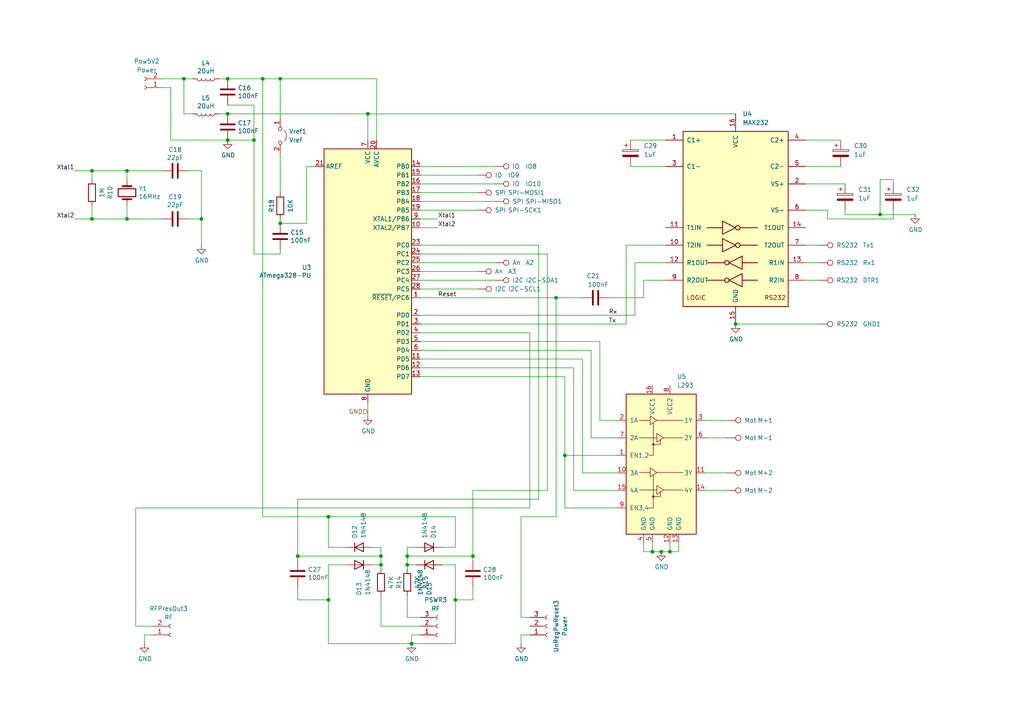
<source format=kicad_sch>
(kicad_sch (version 20211123) (generator eeschema)

  (uuid 99124422-4557-4f26-ace2-20f346be7d8e)

  (paper "A4")

  (lib_symbols
    (symbol "Connector:Conn_01x02_Female" (pin_names (offset 1.016) hide) (in_bom yes) (on_board yes)
      (property "Reference" "J" (id 0) (at 0 2.54 0)
        (effects (font (size 1.27 1.27)))
      )
      (property "Value" "Conn_01x02_Female" (id 1) (at 0 -5.08 0)
        (effects (font (size 1.27 1.27)))
      )
      (property "Footprint" "" (id 2) (at 0 0 0)
        (effects (font (size 1.27 1.27)) hide)
      )
      (property "Datasheet" "~" (id 3) (at 0 0 0)
        (effects (font (size 1.27 1.27)) hide)
      )
      (property "ki_keywords" "connector" (id 4) (at 0 0 0)
        (effects (font (size 1.27 1.27)) hide)
      )
      (property "ki_description" "Generic connector, single row, 01x02, script generated (kicad-library-utils/schlib/autogen/connector/)" (id 5) (at 0 0 0)
        (effects (font (size 1.27 1.27)) hide)
      )
      (property "ki_fp_filters" "Connector*:*_1x??_*" (id 6) (at 0 0 0)
        (effects (font (size 1.27 1.27)) hide)
      )
      (symbol "Conn_01x02_Female_1_1"
        (arc (start 0 -2.032) (mid -0.508 -2.54) (end 0 -3.048)
          (stroke (width 0.1524) (type default) (color 0 0 0 0))
          (fill (type none))
        )
        (polyline
          (pts
            (xy -1.27 -2.54)
            (xy -0.508 -2.54)
          )
          (stroke (width 0.1524) (type default) (color 0 0 0 0))
          (fill (type none))
        )
        (polyline
          (pts
            (xy -1.27 0)
            (xy -0.508 0)
          )
          (stroke (width 0.1524) (type default) (color 0 0 0 0))
          (fill (type none))
        )
        (arc (start 0 0.508) (mid -0.508 0) (end 0 -0.508)
          (stroke (width 0.1524) (type default) (color 0 0 0 0))
          (fill (type none))
        )
        (pin passive line (at -5.08 0 0) (length 3.81)
          (name "Pin_1" (effects (font (size 1.27 1.27))))
          (number "1" (effects (font (size 1.27 1.27))))
        )
        (pin passive line (at -5.08 -2.54 0) (length 3.81)
          (name "Pin_2" (effects (font (size 1.27 1.27))))
          (number "2" (effects (font (size 1.27 1.27))))
        )
      )
    )
    (symbol "Connector:Conn_01x03_Female" (pin_names (offset 1.016) hide) (in_bom yes) (on_board yes)
      (property "Reference" "J" (id 0) (at 0 5.08 0)
        (effects (font (size 1.27 1.27)))
      )
      (property "Value" "Conn_01x03_Female" (id 1) (at 0 -5.08 0)
        (effects (font (size 1.27 1.27)))
      )
      (property "Footprint" "" (id 2) (at 0 0 0)
        (effects (font (size 1.27 1.27)) hide)
      )
      (property "Datasheet" "~" (id 3) (at 0 0 0)
        (effects (font (size 1.27 1.27)) hide)
      )
      (property "ki_keywords" "connector" (id 4) (at 0 0 0)
        (effects (font (size 1.27 1.27)) hide)
      )
      (property "ki_description" "Generic connector, single row, 01x03, script generated (kicad-library-utils/schlib/autogen/connector/)" (id 5) (at 0 0 0)
        (effects (font (size 1.27 1.27)) hide)
      )
      (property "ki_fp_filters" "Connector*:*_1x??_*" (id 6) (at 0 0 0)
        (effects (font (size 1.27 1.27)) hide)
      )
      (symbol "Conn_01x03_Female_1_1"
        (arc (start 0 -2.032) (mid -0.508 -2.54) (end 0 -3.048)
          (stroke (width 0.1524) (type default) (color 0 0 0 0))
          (fill (type none))
        )
        (polyline
          (pts
            (xy -1.27 -2.54)
            (xy -0.508 -2.54)
          )
          (stroke (width 0.1524) (type default) (color 0 0 0 0))
          (fill (type none))
        )
        (polyline
          (pts
            (xy -1.27 0)
            (xy -0.508 0)
          )
          (stroke (width 0.1524) (type default) (color 0 0 0 0))
          (fill (type none))
        )
        (polyline
          (pts
            (xy -1.27 2.54)
            (xy -0.508 2.54)
          )
          (stroke (width 0.1524) (type default) (color 0 0 0 0))
          (fill (type none))
        )
        (arc (start 0 0.508) (mid -0.508 0) (end 0 -0.508)
          (stroke (width 0.1524) (type default) (color 0 0 0 0))
          (fill (type none))
        )
        (arc (start 0 3.048) (mid -0.508 2.54) (end 0 2.032)
          (stroke (width 0.1524) (type default) (color 0 0 0 0))
          (fill (type none))
        )
        (pin passive line (at -5.08 2.54 0) (length 3.81)
          (name "Pin_1" (effects (font (size 1.27 1.27))))
          (number "1" (effects (font (size 1.27 1.27))))
        )
        (pin passive line (at -5.08 0 0) (length 3.81)
          (name "Pin_2" (effects (font (size 1.27 1.27))))
          (number "2" (effects (font (size 1.27 1.27))))
        )
        (pin passive line (at -5.08 -2.54 0) (length 3.81)
          (name "Pin_3" (effects (font (size 1.27 1.27))))
          (number "3" (effects (font (size 1.27 1.27))))
        )
      )
    )
    (symbol "Connector:TestPoint" (pin_numbers hide) (pin_names (offset 0.762) hide) (in_bom yes) (on_board yes)
      (property "Reference" "TP" (id 0) (at 0 6.858 0)
        (effects (font (size 1.27 1.27)))
      )
      (property "Value" "TestPoint" (id 1) (at 0 5.08 0)
        (effects (font (size 1.27 1.27)))
      )
      (property "Footprint" "" (id 2) (at 5.08 0 0)
        (effects (font (size 1.27 1.27)) hide)
      )
      (property "Datasheet" "~" (id 3) (at 5.08 0 0)
        (effects (font (size 1.27 1.27)) hide)
      )
      (property "ki_keywords" "test point tp" (id 4) (at 0 0 0)
        (effects (font (size 1.27 1.27)) hide)
      )
      (property "ki_description" "test point" (id 5) (at 0 0 0)
        (effects (font (size 1.27 1.27)) hide)
      )
      (property "ki_fp_filters" "Pin* Test*" (id 6) (at 0 0 0)
        (effects (font (size 1.27 1.27)) hide)
      )
      (symbol "TestPoint_0_1"
        (circle (center 0 3.302) (radius 0.762)
          (stroke (width 0) (type default) (color 0 0 0 0))
          (fill (type none))
        )
      )
      (symbol "TestPoint_1_1"
        (pin passive line (at 0 0 90) (length 2.54)
          (name "1" (effects (font (size 1.27 1.27))))
          (number "1" (effects (font (size 1.27 1.27))))
        )
      )
    )
    (symbol "Device:C" (pin_numbers hide) (pin_names (offset 0.254)) (in_bom yes) (on_board yes)
      (property "Reference" "C" (id 0) (at 0.635 2.54 0)
        (effects (font (size 1.27 1.27)) (justify left))
      )
      (property "Value" "C" (id 1) (at 0.635 -2.54 0)
        (effects (font (size 1.27 1.27)) (justify left))
      )
      (property "Footprint" "" (id 2) (at 0.9652 -3.81 0)
        (effects (font (size 1.27 1.27)) hide)
      )
      (property "Datasheet" "~" (id 3) (at 0 0 0)
        (effects (font (size 1.27 1.27)) hide)
      )
      (property "ki_keywords" "cap capacitor" (id 4) (at 0 0 0)
        (effects (font (size 1.27 1.27)) hide)
      )
      (property "ki_description" "Unpolarized capacitor" (id 5) (at 0 0 0)
        (effects (font (size 1.27 1.27)) hide)
      )
      (property "ki_fp_filters" "C_*" (id 6) (at 0 0 0)
        (effects (font (size 1.27 1.27)) hide)
      )
      (symbol "C_0_1"
        (polyline
          (pts
            (xy -2.032 -0.762)
            (xy 2.032 -0.762)
          )
          (stroke (width 0.508) (type default) (color 0 0 0 0))
          (fill (type none))
        )
        (polyline
          (pts
            (xy -2.032 0.762)
            (xy 2.032 0.762)
          )
          (stroke (width 0.508) (type default) (color 0 0 0 0))
          (fill (type none))
        )
      )
      (symbol "C_1_1"
        (pin passive line (at 0 3.81 270) (length 2.794)
          (name "~" (effects (font (size 1.27 1.27))))
          (number "1" (effects (font (size 1.27 1.27))))
        )
        (pin passive line (at 0 -3.81 90) (length 2.794)
          (name "~" (effects (font (size 1.27 1.27))))
          (number "2" (effects (font (size 1.27 1.27))))
        )
      )
    )
    (symbol "Device:C_Polarized" (pin_numbers hide) (pin_names (offset 0.254)) (in_bom yes) (on_board yes)
      (property "Reference" "C" (id 0) (at 0.635 2.54 0)
        (effects (font (size 1.27 1.27)) (justify left))
      )
      (property "Value" "C_Polarized" (id 1) (at 0.635 -2.54 0)
        (effects (font (size 1.27 1.27)) (justify left))
      )
      (property "Footprint" "" (id 2) (at 0.9652 -3.81 0)
        (effects (font (size 1.27 1.27)) hide)
      )
      (property "Datasheet" "~" (id 3) (at 0 0 0)
        (effects (font (size 1.27 1.27)) hide)
      )
      (property "ki_keywords" "cap capacitor" (id 4) (at 0 0 0)
        (effects (font (size 1.27 1.27)) hide)
      )
      (property "ki_description" "Polarized capacitor" (id 5) (at 0 0 0)
        (effects (font (size 1.27 1.27)) hide)
      )
      (property "ki_fp_filters" "CP_*" (id 6) (at 0 0 0)
        (effects (font (size 1.27 1.27)) hide)
      )
      (symbol "C_Polarized_0_1"
        (rectangle (start -2.286 0.508) (end 2.286 1.016)
          (stroke (width 0) (type default) (color 0 0 0 0))
          (fill (type none))
        )
        (polyline
          (pts
            (xy -1.778 2.286)
            (xy -0.762 2.286)
          )
          (stroke (width 0) (type default) (color 0 0 0 0))
          (fill (type none))
        )
        (polyline
          (pts
            (xy -1.27 2.794)
            (xy -1.27 1.778)
          )
          (stroke (width 0) (type default) (color 0 0 0 0))
          (fill (type none))
        )
        (rectangle (start 2.286 -0.508) (end -2.286 -1.016)
          (stroke (width 0) (type default) (color 0 0 0 0))
          (fill (type outline))
        )
      )
      (symbol "C_Polarized_1_1"
        (pin passive line (at 0 3.81 270) (length 2.794)
          (name "~" (effects (font (size 1.27 1.27))))
          (number "1" (effects (font (size 1.27 1.27))))
        )
        (pin passive line (at 0 -3.81 90) (length 2.794)
          (name "~" (effects (font (size 1.27 1.27))))
          (number "2" (effects (font (size 1.27 1.27))))
        )
      )
    )
    (symbol "Device:Crystal" (pin_numbers hide) (pin_names (offset 1.016) hide) (in_bom yes) (on_board yes)
      (property "Reference" "Y" (id 0) (at 0 3.81 0)
        (effects (font (size 1.27 1.27)))
      )
      (property "Value" "Crystal" (id 1) (at 0 -3.81 0)
        (effects (font (size 1.27 1.27)))
      )
      (property "Footprint" "" (id 2) (at 0 0 0)
        (effects (font (size 1.27 1.27)) hide)
      )
      (property "Datasheet" "~" (id 3) (at 0 0 0)
        (effects (font (size 1.27 1.27)) hide)
      )
      (property "ki_keywords" "quartz ceramic resonator oscillator" (id 4) (at 0 0 0)
        (effects (font (size 1.27 1.27)) hide)
      )
      (property "ki_description" "Two pin crystal" (id 5) (at 0 0 0)
        (effects (font (size 1.27 1.27)) hide)
      )
      (property "ki_fp_filters" "Crystal*" (id 6) (at 0 0 0)
        (effects (font (size 1.27 1.27)) hide)
      )
      (symbol "Crystal_0_1"
        (rectangle (start -1.143 2.54) (end 1.143 -2.54)
          (stroke (width 0.3048) (type default) (color 0 0 0 0))
          (fill (type none))
        )
        (polyline
          (pts
            (xy -2.54 0)
            (xy -1.905 0)
          )
          (stroke (width 0) (type default) (color 0 0 0 0))
          (fill (type none))
        )
        (polyline
          (pts
            (xy -1.905 -1.27)
            (xy -1.905 1.27)
          )
          (stroke (width 0.508) (type default) (color 0 0 0 0))
          (fill (type none))
        )
        (polyline
          (pts
            (xy 1.905 -1.27)
            (xy 1.905 1.27)
          )
          (stroke (width 0.508) (type default) (color 0 0 0 0))
          (fill (type none))
        )
        (polyline
          (pts
            (xy 2.54 0)
            (xy 1.905 0)
          )
          (stroke (width 0) (type default) (color 0 0 0 0))
          (fill (type none))
        )
      )
      (symbol "Crystal_1_1"
        (pin passive line (at -3.81 0 0) (length 1.27)
          (name "1" (effects (font (size 1.27 1.27))))
          (number "1" (effects (font (size 1.27 1.27))))
        )
        (pin passive line (at 3.81 0 180) (length 1.27)
          (name "2" (effects (font (size 1.27 1.27))))
          (number "2" (effects (font (size 1.27 1.27))))
        )
      )
    )
    (symbol "Device:L" (pin_numbers hide) (pin_names (offset 1.016) hide) (in_bom yes) (on_board yes)
      (property "Reference" "L" (id 0) (at -1.27 0 90)
        (effects (font (size 1.27 1.27)))
      )
      (property "Value" "L" (id 1) (at 1.905 0 90)
        (effects (font (size 1.27 1.27)))
      )
      (property "Footprint" "" (id 2) (at 0 0 0)
        (effects (font (size 1.27 1.27)) hide)
      )
      (property "Datasheet" "~" (id 3) (at 0 0 0)
        (effects (font (size 1.27 1.27)) hide)
      )
      (property "ki_keywords" "inductor choke coil reactor magnetic" (id 4) (at 0 0 0)
        (effects (font (size 1.27 1.27)) hide)
      )
      (property "ki_description" "Inductor" (id 5) (at 0 0 0)
        (effects (font (size 1.27 1.27)) hide)
      )
      (property "ki_fp_filters" "Choke_* *Coil* Inductor_* L_*" (id 6) (at 0 0 0)
        (effects (font (size 1.27 1.27)) hide)
      )
      (symbol "L_0_1"
        (arc (start 0 -2.54) (mid 0.635 -1.905) (end 0 -1.27)
          (stroke (width 0) (type default) (color 0 0 0 0))
          (fill (type none))
        )
        (arc (start 0 -1.27) (mid 0.635 -0.635) (end 0 0)
          (stroke (width 0) (type default) (color 0 0 0 0))
          (fill (type none))
        )
        (arc (start 0 0) (mid 0.635 0.635) (end 0 1.27)
          (stroke (width 0) (type default) (color 0 0 0 0))
          (fill (type none))
        )
        (arc (start 0 1.27) (mid 0.635 1.905) (end 0 2.54)
          (stroke (width 0) (type default) (color 0 0 0 0))
          (fill (type none))
        )
      )
      (symbol "L_1_1"
        (pin passive line (at 0 3.81 270) (length 1.27)
          (name "1" (effects (font (size 1.27 1.27))))
          (number "1" (effects (font (size 1.27 1.27))))
        )
        (pin passive line (at 0 -3.81 90) (length 1.27)
          (name "2" (effects (font (size 1.27 1.27))))
          (number "2" (effects (font (size 1.27 1.27))))
        )
      )
    )
    (symbol "Device:R" (pin_numbers hide) (pin_names (offset 0)) (in_bom yes) (on_board yes)
      (property "Reference" "R" (id 0) (at 2.032 0 90)
        (effects (font (size 1.27 1.27)))
      )
      (property "Value" "R" (id 1) (at 0 0 90)
        (effects (font (size 1.27 1.27)))
      )
      (property "Footprint" "" (id 2) (at -1.778 0 90)
        (effects (font (size 1.27 1.27)) hide)
      )
      (property "Datasheet" "~" (id 3) (at 0 0 0)
        (effects (font (size 1.27 1.27)) hide)
      )
      (property "ki_keywords" "R res resistor" (id 4) (at 0 0 0)
        (effects (font (size 1.27 1.27)) hide)
      )
      (property "ki_description" "Resistor" (id 5) (at 0 0 0)
        (effects (font (size 1.27 1.27)) hide)
      )
      (property "ki_fp_filters" "R_*" (id 6) (at 0 0 0)
        (effects (font (size 1.27 1.27)) hide)
      )
      (symbol "R_0_1"
        (rectangle (start -1.016 -2.54) (end 1.016 2.54)
          (stroke (width 0.254) (type default) (color 0 0 0 0))
          (fill (type none))
        )
      )
      (symbol "R_1_1"
        (pin passive line (at 0 3.81 270) (length 1.27)
          (name "~" (effects (font (size 1.27 1.27))))
          (number "1" (effects (font (size 1.27 1.27))))
        )
        (pin passive line (at 0 -3.81 90) (length 1.27)
          (name "~" (effects (font (size 1.27 1.27))))
          (number "2" (effects (font (size 1.27 1.27))))
        )
      )
    )
    (symbol "Diode:1N4148" (pin_numbers hide) (pin_names hide) (in_bom yes) (on_board yes)
      (property "Reference" "D" (id 0) (at 0 2.54 0)
        (effects (font (size 1.27 1.27)))
      )
      (property "Value" "1N4148" (id 1) (at 0 -2.54 0)
        (effects (font (size 1.27 1.27)))
      )
      (property "Footprint" "Diode_THT:D_DO-35_SOD27_P7.62mm_Horizontal" (id 2) (at 0 0 0)
        (effects (font (size 1.27 1.27)) hide)
      )
      (property "Datasheet" "https://assets.nexperia.com/documents/data-sheet/1N4148_1N4448.pdf" (id 3) (at 0 0 0)
        (effects (font (size 1.27 1.27)) hide)
      )
      (property "ki_keywords" "diode" (id 4) (at 0 0 0)
        (effects (font (size 1.27 1.27)) hide)
      )
      (property "ki_description" "100V 0.15A standard switching diode, DO-35" (id 5) (at 0 0 0)
        (effects (font (size 1.27 1.27)) hide)
      )
      (property "ki_fp_filters" "D*DO?35*" (id 6) (at 0 0 0)
        (effects (font (size 1.27 1.27)) hide)
      )
      (symbol "1N4148_0_1"
        (polyline
          (pts
            (xy -1.27 1.27)
            (xy -1.27 -1.27)
          )
          (stroke (width 0.254) (type default) (color 0 0 0 0))
          (fill (type none))
        )
        (polyline
          (pts
            (xy 1.27 0)
            (xy -1.27 0)
          )
          (stroke (width 0) (type default) (color 0 0 0 0))
          (fill (type none))
        )
        (polyline
          (pts
            (xy 1.27 1.27)
            (xy 1.27 -1.27)
            (xy -1.27 0)
            (xy 1.27 1.27)
          )
          (stroke (width 0.254) (type default) (color 0 0 0 0))
          (fill (type none))
        )
      )
      (symbol "1N4148_1_1"
        (pin passive line (at -3.81 0 0) (length 2.54)
          (name "K" (effects (font (size 1.27 1.27))))
          (number "1" (effects (font (size 1.27 1.27))))
        )
        (pin passive line (at 3.81 0 180) (length 2.54)
          (name "A" (effects (font (size 1.27 1.27))))
          (number "2" (effects (font (size 1.27 1.27))))
        )
      )
    )
    (symbol "Driver_Motor:L293" (pin_names (offset 1.016)) (in_bom yes) (on_board yes)
      (property "Reference" "U" (id 0) (at -5.08 26.035 0)
        (effects (font (size 1.27 1.27)) (justify right))
      )
      (property "Value" "L293" (id 1) (at -5.08 24.13 0)
        (effects (font (size 1.27 1.27)) (justify right))
      )
      (property "Footprint" "Package_DIP:DIP-16_W7.62mm" (id 2) (at 6.35 -19.05 0)
        (effects (font (size 1.27 1.27)) (justify left) hide)
      )
      (property "Datasheet" "http://www.ti.com/lit/ds/symlink/l293.pdf" (id 3) (at -7.62 17.78 0)
        (effects (font (size 1.27 1.27)) hide)
      )
      (property "ki_keywords" "Half-H Driver Motor" (id 4) (at 0 0 0)
        (effects (font (size 1.27 1.27)) hide)
      )
      (property "ki_description" "Quadruple Half-H Drivers" (id 5) (at 0 0 0)
        (effects (font (size 1.27 1.27)) hide)
      )
      (property "ki_fp_filters" "DIP*W7.62mm*" (id 6) (at 0 0 0)
        (effects (font (size 1.27 1.27)) hide)
      )
      (symbol "L293_0_1"
        (rectangle (start -10.16 22.86) (end 10.16 -17.78)
          (stroke (width 0.254) (type default) (color 0 0 0 0))
          (fill (type background))
        )
        (circle (center -2.286 -6.858) (radius 0.254)
          (stroke (width 0) (type default) (color 0 0 0 0))
          (fill (type outline))
        )
        (circle (center -2.286 8.255) (radius 0.254)
          (stroke (width 0) (type default) (color 0 0 0 0))
          (fill (type outline))
        )
        (polyline
          (pts
            (xy -6.35 -4.953)
            (xy -1.27 -4.953)
          )
          (stroke (width 0) (type default) (color 0 0 0 0))
          (fill (type none))
        )
        (polyline
          (pts
            (xy -6.35 0.127)
            (xy -3.175 0.127)
          )
          (stroke (width 0) (type default) (color 0 0 0 0))
          (fill (type none))
        )
        (polyline
          (pts
            (xy -6.35 10.16)
            (xy -1.27 10.16)
          )
          (stroke (width 0) (type default) (color 0 0 0 0))
          (fill (type none))
        )
        (polyline
          (pts
            (xy -6.35 15.24)
            (xy -3.175 15.24)
          )
          (stroke (width 0) (type default) (color 0 0 0 0))
          (fill (type none))
        )
        (polyline
          (pts
            (xy -1.27 0.127)
            (xy 6.35 0.127)
          )
          (stroke (width 0) (type default) (color 0 0 0 0))
          (fill (type none))
        )
        (polyline
          (pts
            (xy -1.27 15.24)
            (xy 6.35 15.24)
          )
          (stroke (width 0) (type default) (color 0 0 0 0))
          (fill (type none))
        )
        (polyline
          (pts
            (xy 0.635 -4.953)
            (xy 6.35 -4.953)
          )
          (stroke (width 0) (type default) (color 0 0 0 0))
          (fill (type none))
        )
        (polyline
          (pts
            (xy 0.635 10.16)
            (xy 6.35 10.16)
          )
          (stroke (width 0) (type default) (color 0 0 0 0))
          (fill (type none))
        )
        (polyline
          (pts
            (xy -2.286 -6.858)
            (xy -0.254 -6.858)
            (xy -0.254 -5.588)
          )
          (stroke (width 0) (type default) (color 0 0 0 0))
          (fill (type none))
        )
        (polyline
          (pts
            (xy -2.286 -0.635)
            (xy -2.286 -10.16)
            (xy -3.556 -10.16)
          )
          (stroke (width 0) (type default) (color 0 0 0 0))
          (fill (type none))
        )
        (polyline
          (pts
            (xy -2.286 8.255)
            (xy -0.254 8.255)
            (xy -0.254 9.525)
          )
          (stroke (width 0) (type default) (color 0 0 0 0))
          (fill (type none))
        )
        (polyline
          (pts
            (xy -2.286 14.478)
            (xy -2.286 5.08)
            (xy -3.556 5.08)
          )
          (stroke (width 0) (type default) (color 0 0 0 0))
          (fill (type none))
        )
        (polyline
          (pts
            (xy -3.175 1.397)
            (xy -3.175 -1.143)
            (xy -1.27 0.127)
            (xy -3.175 1.397)
          )
          (stroke (width 0) (type default) (color 0 0 0 0))
          (fill (type none))
        )
        (polyline
          (pts
            (xy -3.175 16.51)
            (xy -3.175 13.97)
            (xy -1.27 15.24)
            (xy -3.175 16.51)
          )
          (stroke (width 0) (type default) (color 0 0 0 0))
          (fill (type none))
        )
        (polyline
          (pts
            (xy -1.27 -3.683)
            (xy -1.27 -6.223)
            (xy 0.635 -4.953)
            (xy -1.27 -3.683)
          )
          (stroke (width 0) (type default) (color 0 0 0 0))
          (fill (type none))
        )
        (polyline
          (pts
            (xy -1.27 11.43)
            (xy -1.27 8.89)
            (xy 0.635 10.16)
            (xy -1.27 11.43)
          )
          (stroke (width 0) (type default) (color 0 0 0 0))
          (fill (type none))
        )
      )
      (symbol "L293_1_1"
        (pin input line (at -12.7 5.08 0) (length 2.54)
          (name "EN1,2" (effects (font (size 1.27 1.27))))
          (number "1" (effects (font (size 1.27 1.27))))
        )
        (pin input line (at -12.7 0 0) (length 2.54)
          (name "3A" (effects (font (size 1.27 1.27))))
          (number "10" (effects (font (size 1.27 1.27))))
        )
        (pin output line (at 12.7 0 180) (length 2.54)
          (name "3Y" (effects (font (size 1.27 1.27))))
          (number "11" (effects (font (size 1.27 1.27))))
        )
        (pin power_in line (at 2.54 -20.32 90) (length 2.54)
          (name "GND" (effects (font (size 1.27 1.27))))
          (number "12" (effects (font (size 1.27 1.27))))
        )
        (pin power_in line (at 5.08 -20.32 90) (length 2.54)
          (name "GND" (effects (font (size 1.27 1.27))))
          (number "13" (effects (font (size 1.27 1.27))))
        )
        (pin output line (at 12.7 -5.08 180) (length 2.54)
          (name "4Y" (effects (font (size 1.27 1.27))))
          (number "14" (effects (font (size 1.27 1.27))))
        )
        (pin input line (at -12.7 -5.08 0) (length 2.54)
          (name "4A" (effects (font (size 1.27 1.27))))
          (number "15" (effects (font (size 1.27 1.27))))
        )
        (pin power_in line (at -2.54 25.4 270) (length 2.54)
          (name "VCC1" (effects (font (size 1.27 1.27))))
          (number "16" (effects (font (size 1.27 1.27))))
        )
        (pin input line (at -12.7 15.24 0) (length 2.54)
          (name "1A" (effects (font (size 1.27 1.27))))
          (number "2" (effects (font (size 1.27 1.27))))
        )
        (pin output line (at 12.7 15.24 180) (length 2.54)
          (name "1Y" (effects (font (size 1.27 1.27))))
          (number "3" (effects (font (size 1.27 1.27))))
        )
        (pin power_in line (at -5.08 -20.32 90) (length 2.54)
          (name "GND" (effects (font (size 1.27 1.27))))
          (number "4" (effects (font (size 1.27 1.27))))
        )
        (pin power_in line (at -2.54 -20.32 90) (length 2.54)
          (name "GND" (effects (font (size 1.27 1.27))))
          (number "5" (effects (font (size 1.27 1.27))))
        )
        (pin output line (at 12.7 10.16 180) (length 2.54)
          (name "2Y" (effects (font (size 1.27 1.27))))
          (number "6" (effects (font (size 1.27 1.27))))
        )
        (pin input line (at -12.7 10.16 0) (length 2.54)
          (name "2A" (effects (font (size 1.27 1.27))))
          (number "7" (effects (font (size 1.27 1.27))))
        )
        (pin power_in line (at 2.54 25.4 270) (length 2.54)
          (name "VCC2" (effects (font (size 1.27 1.27))))
          (number "8" (effects (font (size 1.27 1.27))))
        )
        (pin input line (at -12.7 -10.16 0) (length 2.54)
          (name "EN3,4" (effects (font (size 1.27 1.27))))
          (number "9" (effects (font (size 1.27 1.27))))
        )
      )
    )
    (symbol "Interface_UART:MAX232" (pin_names (offset 1.016)) (in_bom yes) (on_board yes)
      (property "Reference" "U" (id 0) (at -2.54 28.575 0)
        (effects (font (size 1.27 1.27)) (justify right))
      )
      (property "Value" "MAX232" (id 1) (at -2.54 26.67 0)
        (effects (font (size 1.27 1.27)) (justify right))
      )
      (property "Footprint" "" (id 2) (at 1.27 -26.67 0)
        (effects (font (size 1.27 1.27)) (justify left) hide)
      )
      (property "Datasheet" "http://www.ti.com/lit/ds/symlink/max232.pdf" (id 3) (at 0 2.54 0)
        (effects (font (size 1.27 1.27)) hide)
      )
      (property "ki_keywords" "rs232 uart transceiver line-driver" (id 4) (at 0 0 0)
        (effects (font (size 1.27 1.27)) hide)
      )
      (property "ki_description" "Dual RS232 driver/receiver, 5V supply, 120kb/s, 0C-70C" (id 5) (at 0 0 0)
        (effects (font (size 1.27 1.27)) hide)
      )
      (property "ki_fp_filters" "SOIC*P1.27mm* DIP*W7.62mm* TSSOP*4.4x5mm*P0.65mm*" (id 6) (at 0 0 0)
        (effects (font (size 1.27 1.27)) hide)
      )
      (symbol "MAX232_0_0"
        (text "LOGIC" (at -11.43 -22.86 0)
          (effects (font (size 1.27 1.27)))
        )
        (text "RS232" (at 11.43 -22.86 0)
          (effects (font (size 1.27 1.27)))
        )
      )
      (symbol "MAX232_0_1"
        (rectangle (start -15.24 -25.4) (end 15.24 25.4)
          (stroke (width 0.254) (type default) (color 0 0 0 0))
          (fill (type background))
        )
        (circle (center -2.54 -17.78) (radius 0.635)
          (stroke (width 0.254) (type default) (color 0 0 0 0))
          (fill (type none))
        )
        (circle (center -2.54 -12.7) (radius 0.635)
          (stroke (width 0.254) (type default) (color 0 0 0 0))
          (fill (type none))
        )
        (polyline
          (pts
            (xy -3.81 -7.62)
            (xy -8.255 -7.62)
          )
          (stroke (width 0.254) (type default) (color 0 0 0 0))
          (fill (type none))
        )
        (polyline
          (pts
            (xy -3.81 -2.54)
            (xy -8.255 -2.54)
          )
          (stroke (width 0.254) (type default) (color 0 0 0 0))
          (fill (type none))
        )
        (polyline
          (pts
            (xy -3.175 -17.78)
            (xy -8.255 -17.78)
          )
          (stroke (width 0.254) (type default) (color 0 0 0 0))
          (fill (type none))
        )
        (polyline
          (pts
            (xy -3.175 -12.7)
            (xy -8.255 -12.7)
          )
          (stroke (width 0.254) (type default) (color 0 0 0 0))
          (fill (type none))
        )
        (polyline
          (pts
            (xy 1.27 -7.62)
            (xy 6.35 -7.62)
          )
          (stroke (width 0.254) (type default) (color 0 0 0 0))
          (fill (type none))
        )
        (polyline
          (pts
            (xy 1.27 -2.54)
            (xy 6.35 -2.54)
          )
          (stroke (width 0.254) (type default) (color 0 0 0 0))
          (fill (type none))
        )
        (polyline
          (pts
            (xy 1.905 -17.78)
            (xy 6.35 -17.78)
          )
          (stroke (width 0.254) (type default) (color 0 0 0 0))
          (fill (type none))
        )
        (polyline
          (pts
            (xy 1.905 -12.7)
            (xy 6.35 -12.7)
          )
          (stroke (width 0.254) (type default) (color 0 0 0 0))
          (fill (type none))
        )
        (polyline
          (pts
            (xy -3.81 -5.715)
            (xy -3.81 -9.525)
            (xy 0 -7.62)
            (xy -3.81 -5.715)
          )
          (stroke (width 0.254) (type default) (color 0 0 0 0))
          (fill (type none))
        )
        (polyline
          (pts
            (xy -3.81 -0.635)
            (xy -3.81 -4.445)
            (xy 0 -2.54)
            (xy -3.81 -0.635)
          )
          (stroke (width 0.254) (type default) (color 0 0 0 0))
          (fill (type none))
        )
        (polyline
          (pts
            (xy 1.905 -15.875)
            (xy 1.905 -19.685)
            (xy -1.905 -17.78)
            (xy 1.905 -15.875)
          )
          (stroke (width 0.254) (type default) (color 0 0 0 0))
          (fill (type none))
        )
        (polyline
          (pts
            (xy 1.905 -10.795)
            (xy 1.905 -14.605)
            (xy -1.905 -12.7)
            (xy 1.905 -10.795)
          )
          (stroke (width 0.254) (type default) (color 0 0 0 0))
          (fill (type none))
        )
        (circle (center 0.635 -7.62) (radius 0.635)
          (stroke (width 0.254) (type default) (color 0 0 0 0))
          (fill (type none))
        )
        (circle (center 0.635 -2.54) (radius 0.635)
          (stroke (width 0.254) (type default) (color 0 0 0 0))
          (fill (type none))
        )
      )
      (symbol "MAX232_1_1"
        (pin passive line (at -20.32 22.86 0) (length 5.08)
          (name "C1+" (effects (font (size 1.27 1.27))))
          (number "1" (effects (font (size 1.27 1.27))))
        )
        (pin input line (at -20.32 -7.62 0) (length 5.08)
          (name "T2IN" (effects (font (size 1.27 1.27))))
          (number "10" (effects (font (size 1.27 1.27))))
        )
        (pin input line (at -20.32 -2.54 0) (length 5.08)
          (name "T1IN" (effects (font (size 1.27 1.27))))
          (number "11" (effects (font (size 1.27 1.27))))
        )
        (pin output line (at -20.32 -12.7 0) (length 5.08)
          (name "R1OUT" (effects (font (size 1.27 1.27))))
          (number "12" (effects (font (size 1.27 1.27))))
        )
        (pin input line (at 20.32 -12.7 180) (length 5.08)
          (name "R1IN" (effects (font (size 1.27 1.27))))
          (number "13" (effects (font (size 1.27 1.27))))
        )
        (pin output line (at 20.32 -2.54 180) (length 5.08)
          (name "T1OUT" (effects (font (size 1.27 1.27))))
          (number "14" (effects (font (size 1.27 1.27))))
        )
        (pin power_in line (at 0 -30.48 90) (length 5.08)
          (name "GND" (effects (font (size 1.27 1.27))))
          (number "15" (effects (font (size 1.27 1.27))))
        )
        (pin power_in line (at 0 30.48 270) (length 5.08)
          (name "VCC" (effects (font (size 1.27 1.27))))
          (number "16" (effects (font (size 1.27 1.27))))
        )
        (pin power_out line (at 20.32 10.16 180) (length 5.08)
          (name "VS+" (effects (font (size 1.27 1.27))))
          (number "2" (effects (font (size 1.27 1.27))))
        )
        (pin passive line (at -20.32 15.24 0) (length 5.08)
          (name "C1-" (effects (font (size 1.27 1.27))))
          (number "3" (effects (font (size 1.27 1.27))))
        )
        (pin passive line (at 20.32 22.86 180) (length 5.08)
          (name "C2+" (effects (font (size 1.27 1.27))))
          (number "4" (effects (font (size 1.27 1.27))))
        )
        (pin passive line (at 20.32 15.24 180) (length 5.08)
          (name "C2-" (effects (font (size 1.27 1.27))))
          (number "5" (effects (font (size 1.27 1.27))))
        )
        (pin power_out line (at 20.32 2.54 180) (length 5.08)
          (name "VS-" (effects (font (size 1.27 1.27))))
          (number "6" (effects (font (size 1.27 1.27))))
        )
        (pin output line (at 20.32 -7.62 180) (length 5.08)
          (name "T2OUT" (effects (font (size 1.27 1.27))))
          (number "7" (effects (font (size 1.27 1.27))))
        )
        (pin input line (at 20.32 -17.78 180) (length 5.08)
          (name "R2IN" (effects (font (size 1.27 1.27))))
          (number "8" (effects (font (size 1.27 1.27))))
        )
        (pin output line (at -20.32 -17.78 0) (length 5.08)
          (name "R2OUT" (effects (font (size 1.27 1.27))))
          (number "9" (effects (font (size 1.27 1.27))))
        )
      )
    )
    (symbol "Jumper:Jumper_2_Open" (pin_names (offset 0) hide) (in_bom yes) (on_board yes)
      (property "Reference" "JP" (id 0) (at 0 2.794 0)
        (effects (font (size 1.27 1.27)))
      )
      (property "Value" "Jumper_2_Open" (id 1) (at 0 -2.286 0)
        (effects (font (size 1.27 1.27)))
      )
      (property "Footprint" "" (id 2) (at 0 0 0)
        (effects (font (size 1.27 1.27)) hide)
      )
      (property "Datasheet" "~" (id 3) (at 0 0 0)
        (effects (font (size 1.27 1.27)) hide)
      )
      (property "ki_keywords" "Jumper SPST" (id 4) (at 0 0 0)
        (effects (font (size 1.27 1.27)) hide)
      )
      (property "ki_description" "Jumper, 2-pole, open" (id 5) (at 0 0 0)
        (effects (font (size 1.27 1.27)) hide)
      )
      (property "ki_fp_filters" "Jumper* TestPoint*2Pads* TestPoint*Bridge*" (id 6) (at 0 0 0)
        (effects (font (size 1.27 1.27)) hide)
      )
      (symbol "Jumper_2_Open_0_0"
        (circle (center -2.032 0) (radius 0.508)
          (stroke (width 0) (type default) (color 0 0 0 0))
          (fill (type none))
        )
        (circle (center 2.032 0) (radius 0.508)
          (stroke (width 0) (type default) (color 0 0 0 0))
          (fill (type none))
        )
      )
      (symbol "Jumper_2_Open_0_1"
        (arc (start 1.524 1.27) (mid 0 1.778) (end -1.524 1.27)
          (stroke (width 0) (type default) (color 0 0 0 0))
          (fill (type none))
        )
      )
      (symbol "Jumper_2_Open_1_1"
        (pin passive line (at -5.08 0 0) (length 2.54)
          (name "A" (effects (font (size 1.27 1.27))))
          (number "1" (effects (font (size 1.27 1.27))))
        )
        (pin passive line (at 5.08 0 180) (length 2.54)
          (name "B" (effects (font (size 1.27 1.27))))
          (number "2" (effects (font (size 1.27 1.27))))
        )
      )
    )
    (symbol "MCU_Microchip_ATmega:ATmega328-PU" (in_bom yes) (on_board yes)
      (property "Reference" "U" (id 0) (at -12.7 36.83 0)
        (effects (font (size 1.27 1.27)) (justify left bottom))
      )
      (property "Value" "MCU_Microchip_ATmega_ATmega328-PU" (id 1) (at 2.54 -36.83 0)
        (effects (font (size 1.27 1.27)) (justify left top))
      )
      (property "Footprint" "Package_DIP:DIP-28_W7.62mm" (id 2) (at 0 0 0)
        (effects (font (size 1.27 1.27) italic) hide)
      )
      (property "Datasheet" "" (id 3) (at 0 0 0)
        (effects (font (size 1.27 1.27)) hide)
      )
      (property "ki_fp_filters" "DIP*W7.62mm*" (id 4) (at 0 0 0)
        (effects (font (size 1.27 1.27)) hide)
      )
      (symbol "ATmega328-PU_0_1"
        (rectangle (start -12.7 -35.56) (end 12.7 35.56)
          (stroke (width 0.254) (type default) (color 0 0 0 0))
          (fill (type background))
        )
      )
      (symbol "ATmega328-PU_1_1"
        (pin bidirectional line (at 15.24 -7.62 180) (length 2.54)
          (name "~{RESET}/PC6" (effects (font (size 1.27 1.27))))
          (number "1" (effects (font (size 1.27 1.27))))
        )
        (pin bidirectional line (at 15.24 12.7 180) (length 2.54)
          (name "XTAL2/PB7" (effects (font (size 1.27 1.27))))
          (number "10" (effects (font (size 1.27 1.27))))
        )
        (pin bidirectional line (at 15.24 -25.4 180) (length 2.54)
          (name "PD5" (effects (font (size 1.27 1.27))))
          (number "11" (effects (font (size 1.27 1.27))))
        )
        (pin bidirectional line (at 15.24 -27.94 180) (length 2.54)
          (name "PD6" (effects (font (size 1.27 1.27))))
          (number "12" (effects (font (size 1.27 1.27))))
        )
        (pin bidirectional line (at 15.24 -30.48 180) (length 2.54)
          (name "PD7" (effects (font (size 1.27 1.27))))
          (number "13" (effects (font (size 1.27 1.27))))
        )
        (pin bidirectional line (at 15.24 30.48 180) (length 2.54)
          (name "PB0" (effects (font (size 1.27 1.27))))
          (number "14" (effects (font (size 1.27 1.27))))
        )
        (pin bidirectional line (at 15.24 27.94 180) (length 2.54)
          (name "PB1" (effects (font (size 1.27 1.27))))
          (number "15" (effects (font (size 1.27 1.27))))
        )
        (pin bidirectional line (at 15.24 25.4 180) (length 2.54)
          (name "PB2" (effects (font (size 1.27 1.27))))
          (number "16" (effects (font (size 1.27 1.27))))
        )
        (pin bidirectional line (at 15.24 22.86 180) (length 2.54)
          (name "PB3" (effects (font (size 1.27 1.27))))
          (number "17" (effects (font (size 1.27 1.27))))
        )
        (pin bidirectional line (at 15.24 20.32 180) (length 2.54)
          (name "PB4" (effects (font (size 1.27 1.27))))
          (number "18" (effects (font (size 1.27 1.27))))
        )
        (pin bidirectional line (at 15.24 17.78 180) (length 2.54)
          (name "PB5" (effects (font (size 1.27 1.27))))
          (number "19" (effects (font (size 1.27 1.27))))
        )
        (pin bidirectional line (at 15.24 -12.7 180) (length 2.54)
          (name "PD0" (effects (font (size 1.27 1.27))))
          (number "2" (effects (font (size 1.27 1.27))))
        )
        (pin power_in line (at 2.54 38.1 270) (length 2.54)
          (name "AVCC" (effects (font (size 1.27 1.27))))
          (number "20" (effects (font (size 1.27 1.27))))
        )
        (pin passive line (at -15.24 30.48 0) (length 2.54)
          (name "AREF" (effects (font (size 1.27 1.27))))
          (number "21" (effects (font (size 1.27 1.27))))
        )
        (pin passive line (at 0 -38.1 90) (length 2.54) hide
          (name "GND" (effects (font (size 1.27 1.27))))
          (number "22" (effects (font (size 1.27 1.27))))
        )
        (pin bidirectional line (at 15.24 7.62 180) (length 2.54)
          (name "PC0" (effects (font (size 1.27 1.27))))
          (number "23" (effects (font (size 1.27 1.27))))
        )
        (pin bidirectional line (at 15.24 5.08 180) (length 2.54)
          (name "PC1" (effects (font (size 1.27 1.27))))
          (number "24" (effects (font (size 1.27 1.27))))
        )
        (pin bidirectional line (at 15.24 2.54 180) (length 2.54)
          (name "PC2" (effects (font (size 1.27 1.27))))
          (number "25" (effects (font (size 1.27 1.27))))
        )
        (pin bidirectional line (at 15.24 0 180) (length 2.54)
          (name "PC3" (effects (font (size 1.27 1.27))))
          (number "26" (effects (font (size 1.27 1.27))))
        )
        (pin bidirectional line (at 15.24 -2.54 180) (length 2.54)
          (name "PC4" (effects (font (size 1.27 1.27))))
          (number "27" (effects (font (size 1.27 1.27))))
        )
        (pin bidirectional line (at 15.24 -5.08 180) (length 2.54)
          (name "PC5" (effects (font (size 1.27 1.27))))
          (number "28" (effects (font (size 1.27 1.27))))
        )
        (pin bidirectional line (at 15.24 -15.24 180) (length 2.54)
          (name "PD1" (effects (font (size 1.27 1.27))))
          (number "3" (effects (font (size 1.27 1.27))))
        )
        (pin bidirectional line (at 15.24 -17.78 180) (length 2.54)
          (name "PD2" (effects (font (size 1.27 1.27))))
          (number "4" (effects (font (size 1.27 1.27))))
        )
        (pin bidirectional line (at 15.24 -20.32 180) (length 2.54)
          (name "PD3" (effects (font (size 1.27 1.27))))
          (number "5" (effects (font (size 1.27 1.27))))
        )
        (pin bidirectional line (at 15.24 -22.86 180) (length 2.54)
          (name "PD4" (effects (font (size 1.27 1.27))))
          (number "6" (effects (font (size 1.27 1.27))))
        )
        (pin power_in line (at 0 38.1 270) (length 2.54)
          (name "VCC" (effects (font (size 1.27 1.27))))
          (number "7" (effects (font (size 1.27 1.27))))
        )
        (pin power_in line (at 0 -38.1 90) (length 2.54)
          (name "GND" (effects (font (size 1.27 1.27))))
          (number "8" (effects (font (size 1.27 1.27))))
        )
        (pin bidirectional line (at 15.24 15.24 180) (length 2.54)
          (name "XTAL1/PB6" (effects (font (size 1.27 1.27))))
          (number "9" (effects (font (size 1.27 1.27))))
        )
      )
    )
    (symbol "power:GND" (power) (pin_names (offset 0)) (in_bom yes) (on_board yes)
      (property "Reference" "#PWR" (id 0) (at 0 -6.35 0)
        (effects (font (size 1.27 1.27)) hide)
      )
      (property "Value" "GND" (id 1) (at 0 -3.81 0)
        (effects (font (size 1.27 1.27)))
      )
      (property "Footprint" "" (id 2) (at 0 0 0)
        (effects (font (size 1.27 1.27)) hide)
      )
      (property "Datasheet" "" (id 3) (at 0 0 0)
        (effects (font (size 1.27 1.27)) hide)
      )
      (property "ki_keywords" "power-flag" (id 4) (at 0 0 0)
        (effects (font (size 1.27 1.27)) hide)
      )
      (property "ki_description" "Power symbol creates a global label with name \"GND\" , ground" (id 5) (at 0 0 0)
        (effects (font (size 1.27 1.27)) hide)
      )
      (symbol "GND_0_1"
        (polyline
          (pts
            (xy 0 0)
            (xy 0 -1.27)
            (xy 1.27 -1.27)
            (xy 0 -2.54)
            (xy -1.27 -1.27)
            (xy 0 -1.27)
          )
          (stroke (width 0) (type default) (color 0 0 0 0))
          (fill (type none))
        )
      )
      (symbol "GND_1_1"
        (pin power_in line (at 0 0 270) (length 0) hide
          (name "GND" (effects (font (size 1.27 1.27))))
          (number "1" (effects (font (size 1.27 1.27))))
        )
      )
    )
  )

  (junction (at 118.11 163.83) (diameter 0) (color 0 0 0 0)
    (uuid 05a45013-1ed5-4434-b686-bd4c0239dda9)
  )
  (junction (at 81.28 22.86) (diameter 0) (color 0 0 0 0)
    (uuid 0e69122e-fe69-42ba-b6ba-050a2484c881)
  )
  (junction (at 36.83 63.5) (diameter 0) (color 0 0 0 0)
    (uuid 1ad191be-de91-4fa5-b7b4-900193171f8c)
  )
  (junction (at 73.66 40.64) (diameter 0) (color 0 0 0 0)
    (uuid 23479b70-fba1-458e-b262-18eadf053f66)
  )
  (junction (at 255.27 62.23) (diameter 0) (color 0 0 0 0)
    (uuid 2f9731fb-c544-48d9-bf15-a9ccfc536991)
  )
  (junction (at 213.36 93.98) (diameter 0) (color 0 0 0 0)
    (uuid 3317aa2a-0444-4bff-ad4e-6c1fcd81fb89)
  )
  (junction (at 132.08 173.99) (diameter 0) (color 0 0 0 0)
    (uuid 4fb73e94-9d68-41d2-9507-cfb311ed76e4)
  )
  (junction (at 189.23 160.02) (diameter 0) (color 0 0 0 0)
    (uuid 540d2e54-7d33-4ea1-910e-ade6c7c06bd0)
  )
  (junction (at 161.29 86.36) (diameter 0) (color 0 0 0 0)
    (uuid 58309ee4-12ef-45d7-9e0c-73bc3ec2a441)
  )
  (junction (at 58.42 63.5) (diameter 0) (color 0 0 0 0)
    (uuid 5b21a260-5d28-40ee-934a-e07b5cba31f9)
  )
  (junction (at 76.2 22.86) (diameter 0) (color 0 0 0 0)
    (uuid 5e21dc25-7a33-444a-8b69-29f6a01f3c5c)
  )
  (junction (at 81.28 64.77) (diameter 0) (color 0 0 0 0)
    (uuid 60120ffa-e627-4021-af72-1a1ead901c74)
  )
  (junction (at 66.04 33.02) (diameter 0) (color 0 0 0 0)
    (uuid 6325af3c-83f6-400a-a4d5-e17f5e43b286)
  )
  (junction (at 119.38 186.69) (diameter 0) (color 0 0 0 0)
    (uuid 64024133-bec5-4399-b0fb-c6970b1b469b)
  )
  (junction (at 86.36 161.29) (diameter 0) (color 0 0 0 0)
    (uuid 695ea686-dff1-4d6b-98de-c1617a663c20)
  )
  (junction (at 118.11 161.29) (diameter 0) (color 0 0 0 0)
    (uuid 7096753b-f736-478e-bc4c-d293778a2196)
  )
  (junction (at 191.77 160.02) (diameter 0) (color 0 0 0 0)
    (uuid 8dca5a1b-afca-41ee-aa58-23253b43676a)
  )
  (junction (at 110.49 163.83) (diameter 0) (color 0 0 0 0)
    (uuid 9159c7bb-9551-45a9-b0af-76deccbd410b)
  )
  (junction (at 66.04 22.86) (diameter 0) (color 0 0 0 0)
    (uuid 96cbe809-401a-4939-8c48-0ab2cb92d74c)
  )
  (junction (at 53.34 22.86) (diameter 0) (color 0 0 0 0)
    (uuid 99f7e1de-1fd2-4033-8e64-9803377bd9bb)
  )
  (junction (at 110.49 161.29) (diameter 0) (color 0 0 0 0)
    (uuid a33e4b08-7b50-4694-b405-d8d2956bae86)
  )
  (junction (at 106.68 33.02) (diameter 0) (color 0 0 0 0)
    (uuid afaddd51-99ae-487c-b4e2-f27a36732072)
  )
  (junction (at 66.04 40.64) (diameter 0) (color 0 0 0 0)
    (uuid c4668f85-8b41-42bc-9a2b-b4ae01f76bf7)
  )
  (junction (at 163.83 132.08) (diameter 0) (color 0 0 0 0)
    (uuid c9de17c9-8457-4031-8c9f-a23b74ff98bd)
  )
  (junction (at 36.83 49.53) (diameter 0) (color 0 0 0 0)
    (uuid d3de638c-b4be-40b0-a8ab-3be88bcbc8b0)
  )
  (junction (at 95.25 173.99) (diameter 0) (color 0 0 0 0)
    (uuid d6079db7-0474-41e4-b218-3049e1408194)
  )
  (junction (at 26.67 63.5) (diameter 0) (color 0 0 0 0)
    (uuid e00bfd80-7a7e-4b48-99c5-0ef3c0f27890)
  )
  (junction (at 194.31 160.02) (diameter 0) (color 0 0 0 0)
    (uuid e492340d-ed90-4ea6-af43-5c7e11ab3741)
  )
  (junction (at 26.67 49.53) (diameter 0) (color 0 0 0 0)
    (uuid ebf8ea26-2b9b-4a56-afca-ac993ac98693)
  )
  (junction (at 95.25 149.86) (diameter 0) (color 0 0 0 0)
    (uuid f28c9b88-ada5-4bb7-8027-2549443bb051)
  )
  (junction (at 137.16 161.29) (diameter 0) (color 0 0 0 0)
    (uuid ff701d77-d6dc-43c6-92f3-c77e1e84f68b)
  )

  (wire (pts (xy 121.92 81.28) (xy 143.51 81.28))
    (stroke (width 0) (type default) (color 0 0 0 0))
    (uuid 01e788aa-314a-4f5c-b08a-454275be0ae2)
  )
  (wire (pts (xy 245.11 62.23) (xy 255.27 62.23))
    (stroke (width 0) (type default) (color 0 0 0 0))
    (uuid 031ee0d0-513b-4da3-b3ab-f3501c64116e)
  )
  (wire (pts (xy 81.28 73.66) (xy 73.66 73.66))
    (stroke (width 0) (type default) (color 0 0 0 0))
    (uuid 09d84dcb-501b-469c-9238-a5702d11ccf3)
  )
  (wire (pts (xy 36.83 59.69) (xy 36.83 63.5))
    (stroke (width 0) (type default) (color 0 0 0 0))
    (uuid 0a841ea8-48e2-4d76-8ea6-76d45029ba01)
  )
  (wire (pts (xy 118.11 163.83) (xy 118.11 165.1))
    (stroke (width 0) (type default) (color 0 0 0 0))
    (uuid 0c7e6c86-3621-47f1-888e-496999db98c0)
  )
  (wire (pts (xy 109.22 22.86) (xy 109.22 40.64))
    (stroke (width 0) (type default) (color 0 0 0 0))
    (uuid 0e128b3a-a04b-4d9c-932a-39401cf0bdd4)
  )
  (wire (pts (xy 36.83 63.5) (xy 46.99 63.5))
    (stroke (width 0) (type default) (color 0 0 0 0))
    (uuid 0fceb353-0553-401c-b48d-c4167e5fad81)
  )
  (wire (pts (xy 21.59 49.53) (xy 26.67 49.53))
    (stroke (width 0) (type default) (color 0 0 0 0))
    (uuid 1055a54b-429b-479b-96ed-68ee25d73206)
  )
  (wire (pts (xy 181.61 71.12) (xy 181.61 93.98))
    (stroke (width 0) (type default) (color 0 0 0 0))
    (uuid 10d716f4-c6df-4c00-87a8-0f3e52d891af)
  )
  (wire (pts (xy 137.16 142.24) (xy 137.16 161.29))
    (stroke (width 0) (type default) (color 0 0 0 0))
    (uuid 11ec22ad-e88d-46f7-809e-8f5184828b4a)
  )
  (wire (pts (xy 233.68 53.34) (xy 245.11 53.34))
    (stroke (width 0) (type default) (color 0 0 0 0))
    (uuid 1346e283-bac7-47fc-b950-4eea323afc81)
  )
  (wire (pts (xy 26.67 49.53) (xy 36.83 49.53))
    (stroke (width 0) (type default) (color 0 0 0 0))
    (uuid 147499f1-fcb3-48ab-a18d-fbcbd64f767e)
  )
  (wire (pts (xy 233.68 71.12) (xy 237.49 71.12))
    (stroke (width 0) (type default) (color 0 0 0 0))
    (uuid 14d3edb6-28f9-43df-8387-fbde84cc38f0)
  )
  (wire (pts (xy 121.92 99.06) (xy 173.99 99.06))
    (stroke (width 0) (type default) (color 0 0 0 0))
    (uuid 1611e072-8491-47dc-876a-2f2a0fa2e4e1)
  )
  (wire (pts (xy 119.38 186.69) (xy 119.38 184.15))
    (stroke (width 0) (type default) (color 0 0 0 0))
    (uuid 162d47b6-7692-40f4-98a9-cdb27e097207)
  )
  (wire (pts (xy 121.92 101.6) (xy 171.45 101.6))
    (stroke (width 0) (type default) (color 0 0 0 0))
    (uuid 16b73343-dcb5-4dce-9f64-e6f34e415c11)
  )
  (wire (pts (xy 53.34 33.02) (xy 55.88 33.02))
    (stroke (width 0) (type default) (color 0 0 0 0))
    (uuid 1819394e-d57b-4787-b103-55baea4d6832)
  )
  (wire (pts (xy 182.88 48.26) (xy 193.04 48.26))
    (stroke (width 0) (type default) (color 0 0 0 0))
    (uuid 185e029c-7765-4eca-b1cb-f58bdd854a49)
  )
  (wire (pts (xy 95.25 158.75) (xy 95.25 149.86))
    (stroke (width 0) (type default) (color 0 0 0 0))
    (uuid 195277fa-51b9-407d-9024-dd251925d638)
  )
  (wire (pts (xy 49.53 40.64) (xy 66.04 40.64))
    (stroke (width 0) (type default) (color 0 0 0 0))
    (uuid 195a619f-0256-4bf7-a19a-4bd36fa5c62e)
  )
  (wire (pts (xy 171.45 127) (xy 179.07 127))
    (stroke (width 0) (type default) (color 0 0 0 0))
    (uuid 1b6b77b9-0f99-4b51-ba1d-9cf0bfc0acaf)
  )
  (wire (pts (xy 121.92 48.26) (xy 143.51 48.26))
    (stroke (width 0) (type default) (color 0 0 0 0))
    (uuid 1c171d9e-504e-4dc1-a7bd-03c22a34f67c)
  )
  (wire (pts (xy 176.53 86.36) (xy 186.69 86.36))
    (stroke (width 0) (type default) (color 0 0 0 0))
    (uuid 1d03a936-d646-4f24-ae95-dcd5b780fba8)
  )
  (wire (pts (xy 121.92 104.14) (xy 168.91 104.14))
    (stroke (width 0) (type default) (color 0 0 0 0))
    (uuid 1e935cf3-5855-4312-9ab1-a4fa4c5bff31)
  )
  (wire (pts (xy 121.92 96.52) (xy 153.67 96.52))
    (stroke (width 0) (type default) (color 0 0 0 0))
    (uuid 204f610c-cf66-4481-a3c9-1078f9394f3d)
  )
  (wire (pts (xy 121.92 63.5) (xy 127 63.5))
    (stroke (width 0) (type default) (color 0 0 0 0))
    (uuid 234f2c4d-84af-4fa5-bce5-52d17f13489a)
  )
  (wire (pts (xy 161.29 149.86) (xy 161.29 86.36))
    (stroke (width 0) (type default) (color 0 0 0 0))
    (uuid 24028447-7487-495c-a256-a0d9a15a2d21)
  )
  (wire (pts (xy 121.92 86.36) (xy 161.29 86.36))
    (stroke (width 0) (type default) (color 0 0 0 0))
    (uuid 24b64719-079c-404d-b71b-d0687f581aaf)
  )
  (wire (pts (xy 41.91 184.15) (xy 44.45 184.15))
    (stroke (width 0) (type default) (color 0 0 0 0))
    (uuid 26665eaa-a2bf-42a8-ab02-a237d99def73)
  )
  (wire (pts (xy 58.42 71.12) (xy 58.42 63.5))
    (stroke (width 0) (type default) (color 0 0 0 0))
    (uuid 26dcfdd8-d99a-4881-a4d8-f0c61b8ac025)
  )
  (wire (pts (xy 121.92 78.74) (xy 138.43 78.74))
    (stroke (width 0) (type default) (color 0 0 0 0))
    (uuid 27449b2c-c628-4f95-ae15-109bfb835452)
  )
  (wire (pts (xy 132.08 163.83) (xy 132.08 173.99))
    (stroke (width 0) (type default) (color 0 0 0 0))
    (uuid 27a55fff-5746-4252-9ca3-7febb1c2d22f)
  )
  (wire (pts (xy 81.28 22.86) (xy 81.28 34.29))
    (stroke (width 0) (type default) (color 0 0 0 0))
    (uuid 28fd34bc-3fd3-478e-9a50-2935340fc50c)
  )
  (wire (pts (xy 128.27 158.75) (xy 132.08 158.75))
    (stroke (width 0) (type default) (color 0 0 0 0))
    (uuid 2b9b361b-8341-4dfd-912b-e7ba5dddb854)
  )
  (wire (pts (xy 118.11 163.83) (xy 118.11 161.29))
    (stroke (width 0) (type default) (color 0 0 0 0))
    (uuid 2f22a52b-913f-4c56-9919-a66a30bdbcfa)
  )
  (wire (pts (xy 121.92 179.07) (xy 118.11 179.07))
    (stroke (width 0) (type default) (color 0 0 0 0))
    (uuid 2fee7693-c845-42db-b430-20d134789432)
  )
  (wire (pts (xy 121.92 73.66) (xy 158.75 73.66))
    (stroke (width 0) (type default) (color 0 0 0 0))
    (uuid 30473506-f76b-4bcd-8fe8-9b3dffbcea83)
  )
  (wire (pts (xy 255.27 62.23) (xy 265.43 62.23))
    (stroke (width 0) (type default) (color 0 0 0 0))
    (uuid 31484cea-7d54-4e26-9e3b-c1f0e7c9ceb6)
  )
  (wire (pts (xy 137.16 170.18) (xy 137.16 173.99))
    (stroke (width 0) (type default) (color 0 0 0 0))
    (uuid 33732f09-6438-443b-8691-5e12cc94e253)
  )
  (wire (pts (xy 119.38 184.15) (xy 121.92 184.15))
    (stroke (width 0) (type default) (color 0 0 0 0))
    (uuid 338a2d04-72f8-4eb7-a45a-4d04d7f9b2c7)
  )
  (wire (pts (xy 53.34 22.86) (xy 53.34 33.02))
    (stroke (width 0) (type default) (color 0 0 0 0))
    (uuid 38117dd2-6d75-4d36-85b5-ae5fbd4aa2d0)
  )
  (wire (pts (xy 121.92 55.88) (xy 138.43 55.88))
    (stroke (width 0) (type default) (color 0 0 0 0))
    (uuid 393cd9d0-a920-4e65-b3b2-63c354cb35d1)
  )
  (wire (pts (xy 58.42 49.53) (xy 58.42 63.5))
    (stroke (width 0) (type default) (color 0 0 0 0))
    (uuid 3a164a32-1474-4afc-a718-c680b9d18d9d)
  )
  (wire (pts (xy 151.13 179.07) (xy 151.13 149.86))
    (stroke (width 0) (type default) (color 0 0 0 0))
    (uuid 3a6dd5d6-ba7d-42bb-a6c1-12aab4a33f9b)
  )
  (wire (pts (xy 255.27 52.07) (xy 259.08 52.07))
    (stroke (width 0) (type default) (color 0 0 0 0))
    (uuid 3ddb63c1-81f4-407f-a807-bca3c15fe1a6)
  )
  (wire (pts (xy 86.36 161.29) (xy 86.36 144.78))
    (stroke (width 0) (type default) (color 0 0 0 0))
    (uuid 3ea4e856-55c3-4197-bd91-0d052d60ae87)
  )
  (wire (pts (xy 166.37 142.24) (xy 179.07 142.24))
    (stroke (width 0) (type default) (color 0 0 0 0))
    (uuid 3ec4f14f-0d72-491a-a065-320b38003235)
  )
  (wire (pts (xy 193.04 76.2) (xy 184.15 76.2))
    (stroke (width 0) (type default) (color 0 0 0 0))
    (uuid 402f5506-2682-40d0-a07f-da7565264b8e)
  )
  (wire (pts (xy 36.83 52.07) (xy 36.83 49.53))
    (stroke (width 0) (type default) (color 0 0 0 0))
    (uuid 4289e3a7-1b00-4cc3-8825-d3d916b261a6)
  )
  (wire (pts (xy 110.49 181.61) (xy 121.92 181.61))
    (stroke (width 0) (type default) (color 0 0 0 0))
    (uuid 44f66b21-b905-486e-8fd3-2807e482aab7)
  )
  (wire (pts (xy 233.68 40.64) (xy 243.84 40.64))
    (stroke (width 0) (type default) (color 0 0 0 0))
    (uuid 46f438d2-736f-48b3-9d50-e5652a182443)
  )
  (wire (pts (xy 39.37 147.32) (xy 153.67 147.32))
    (stroke (width 0) (type default) (color 0 0 0 0))
    (uuid 479a5924-7bc2-4353-bcc4-5d14c5858df5)
  )
  (wire (pts (xy 106.68 33.02) (xy 213.36 33.02))
    (stroke (width 0) (type default) (color 0 0 0 0))
    (uuid 492b58ae-3dc5-4979-a523-d232c5133db4)
  )
  (wire (pts (xy 163.83 132.08) (xy 163.83 147.32))
    (stroke (width 0) (type default) (color 0 0 0 0))
    (uuid 4d611ec3-9890-4734-85b2-ed047cce9c59)
  )
  (wire (pts (xy 204.47 121.92) (xy 210.82 121.92))
    (stroke (width 0) (type default) (color 0 0 0 0))
    (uuid 4e051113-2ce8-462f-b385-455f244d5945)
  )
  (wire (pts (xy 240.03 63.5) (xy 259.08 63.5))
    (stroke (width 0) (type default) (color 0 0 0 0))
    (uuid 50541400-c9e0-4b64-bdbd-a89494909ea4)
  )
  (wire (pts (xy 81.28 44.45) (xy 81.28 55.88))
    (stroke (width 0) (type default) (color 0 0 0 0))
    (uuid 54affc6b-e05d-4b06-92ba-b5bfd2f37a2f)
  )
  (wire (pts (xy 100.33 158.75) (xy 95.25 158.75))
    (stroke (width 0) (type default) (color 0 0 0 0))
    (uuid 55386fa5-6b16-424e-9ebd-51a7fba1e855)
  )
  (wire (pts (xy 191.77 160.02) (xy 194.31 160.02))
    (stroke (width 0) (type default) (color 0 0 0 0))
    (uuid 553fed56-09df-4c7c-82fa-8241ea039e80)
  )
  (wire (pts (xy 255.27 62.23) (xy 255.27 52.07))
    (stroke (width 0) (type default) (color 0 0 0 0))
    (uuid 55714fb0-5d85-424e-a872-7c309d8039ee)
  )
  (wire (pts (xy 137.16 173.99) (xy 132.08 173.99))
    (stroke (width 0) (type default) (color 0 0 0 0))
    (uuid 55cf45a8-a074-4d14-aa6a-a7e751876dcf)
  )
  (wire (pts (xy 204.47 137.16) (xy 210.82 137.16))
    (stroke (width 0) (type default) (color 0 0 0 0))
    (uuid 5656ecc7-7365-448b-ac68-13faa18ad043)
  )
  (wire (pts (xy 73.66 30.48) (xy 73.66 40.64))
    (stroke (width 0) (type default) (color 0 0 0 0))
    (uuid 587d10c7-4931-4625-8832-8ea587c8560f)
  )
  (wire (pts (xy 196.85 160.02) (xy 196.85 157.48))
    (stroke (width 0) (type default) (color 0 0 0 0))
    (uuid 5a17a768-5ea5-4d40-8e01-e52f2fffc233)
  )
  (wire (pts (xy 237.49 93.98) (xy 213.36 93.98))
    (stroke (width 0) (type default) (color 0 0 0 0))
    (uuid 5aa1d4fb-6d52-4b33-be00-80ee54963380)
  )
  (wire (pts (xy 95.25 186.69) (xy 119.38 186.69))
    (stroke (width 0) (type default) (color 0 0 0 0))
    (uuid 5d5e00c1-f6fd-4c9e-9da6-cdf824a58c28)
  )
  (wire (pts (xy 81.28 22.86) (xy 109.22 22.86))
    (stroke (width 0) (type default) (color 0 0 0 0))
    (uuid 5e2b2e05-2e54-43a1-8971-e15aee988b93)
  )
  (wire (pts (xy 151.13 149.86) (xy 161.29 149.86))
    (stroke (width 0) (type default) (color 0 0 0 0))
    (uuid 5e32388a-82f1-4a66-a557-6ecc7542fb86)
  )
  (wire (pts (xy 182.88 40.64) (xy 193.04 40.64))
    (stroke (width 0) (type default) (color 0 0 0 0))
    (uuid 6386aa1b-283a-440b-96aa-41d31e4b0bde)
  )
  (wire (pts (xy 173.99 121.92) (xy 179.07 121.92))
    (stroke (width 0) (type default) (color 0 0 0 0))
    (uuid 65d7c7e1-5793-4570-8c22-6b10fd99b670)
  )
  (wire (pts (xy 184.15 76.2) (xy 184.15 91.44))
    (stroke (width 0) (type default) (color 0 0 0 0))
    (uuid 69129171-b2de-4de3-92ce-cd8a1041ec15)
  )
  (wire (pts (xy 81.28 72.39) (xy 81.28 73.66))
    (stroke (width 0) (type default) (color 0 0 0 0))
    (uuid 697524dc-051a-47d3-9e5a-3beb83731b9f)
  )
  (wire (pts (xy 86.36 170.18) (xy 86.36 173.99))
    (stroke (width 0) (type default) (color 0 0 0 0))
    (uuid 6a0ea005-bd37-4d78-8ea7-fbc09404c2c3)
  )
  (wire (pts (xy 88.9 64.77) (xy 81.28 64.77))
    (stroke (width 0) (type default) (color 0 0 0 0))
    (uuid 6ac13fcd-b01e-4c84-a32b-775684993413)
  )
  (wire (pts (xy 110.49 161.29) (xy 110.49 158.75))
    (stroke (width 0) (type default) (color 0 0 0 0))
    (uuid 6be8588c-df0b-4656-8b78-cfcb50131619)
  )
  (wire (pts (xy 121.92 53.34) (xy 143.51 53.34))
    (stroke (width 0) (type default) (color 0 0 0 0))
    (uuid 6ee29277-8e14-4285-b61b-adf96f804657)
  )
  (wire (pts (xy 46.99 22.86) (xy 53.34 22.86))
    (stroke (width 0) (type default) (color 0 0 0 0))
    (uuid 71565239-b063-4819-8b50-09755b34b284)
  )
  (wire (pts (xy 137.16 161.29) (xy 137.16 162.56))
    (stroke (width 0) (type default) (color 0 0 0 0))
    (uuid 71f2104e-9357-4a5c-a2e4-2b4d56e1aabf)
  )
  (wire (pts (xy 240.03 60.96) (xy 240.03 63.5))
    (stroke (width 0) (type default) (color 0 0 0 0))
    (uuid 7339545a-0fde-4b42-a697-3183789d6db6)
  )
  (wire (pts (xy 132.08 158.75) (xy 132.08 149.86))
    (stroke (width 0) (type default) (color 0 0 0 0))
    (uuid 74ec62a1-4141-4ece-9d84-ac02f7244de9)
  )
  (wire (pts (xy 118.11 161.29) (xy 137.16 161.29))
    (stroke (width 0) (type default) (color 0 0 0 0))
    (uuid 7827bd95-c977-4086-af69-4e8f97a7c568)
  )
  (wire (pts (xy 138.43 50.8) (xy 121.92 50.8))
    (stroke (width 0) (type default) (color 0 0 0 0))
    (uuid 78369ab7-82e0-488d-ace8-c125aee5e20e)
  )
  (wire (pts (xy 168.91 137.16) (xy 179.07 137.16))
    (stroke (width 0) (type default) (color 0 0 0 0))
    (uuid 792f1766-1d80-4c6f-b27c-bf0e4d10a30d)
  )
  (wire (pts (xy 121.92 93.98) (xy 181.61 93.98))
    (stroke (width 0) (type default) (color 0 0 0 0))
    (uuid 7ac13e51-569d-4195-bea9-16a733206810)
  )
  (wire (pts (xy 26.67 52.07) (xy 26.67 49.53))
    (stroke (width 0) (type default) (color 0 0 0 0))
    (uuid 7da802a5-84a7-48bf-9f35-45e8945d4b5b)
  )
  (wire (pts (xy 233.68 48.26) (xy 243.84 48.26))
    (stroke (width 0) (type default) (color 0 0 0 0))
    (uuid 7e83de33-5708-40e1-a515-e79f204fb9bd)
  )
  (wire (pts (xy 158.75 73.66) (xy 158.75 142.24))
    (stroke (width 0) (type default) (color 0 0 0 0))
    (uuid 8157c4cd-fc30-4364-bb2b-5e6dbbb4de6d)
  )
  (wire (pts (xy 88.9 48.26) (xy 88.9 64.77))
    (stroke (width 0) (type default) (color 0 0 0 0))
    (uuid 82c91d72-c033-43c8-aecf-95574060b455)
  )
  (wire (pts (xy 53.34 22.86) (xy 55.88 22.86))
    (stroke (width 0) (type default) (color 0 0 0 0))
    (uuid 89707787-a2b4-48ae-be43-60001f133a31)
  )
  (wire (pts (xy 163.83 147.32) (xy 179.07 147.32))
    (stroke (width 0) (type default) (color 0 0 0 0))
    (uuid 8a1a751c-9954-4703-aab5-a876d48ac3a9)
  )
  (wire (pts (xy 173.99 99.06) (xy 173.99 121.92))
    (stroke (width 0) (type default) (color 0 0 0 0))
    (uuid 8c945525-05f2-4853-92e6-ff2f36fcf92e)
  )
  (wire (pts (xy 161.29 86.36) (xy 168.91 86.36))
    (stroke (width 0) (type default) (color 0 0 0 0))
    (uuid 8e576313-e4e2-4663-badf-8ce531b64848)
  )
  (wire (pts (xy 121.92 58.42) (xy 143.51 58.42))
    (stroke (width 0) (type default) (color 0 0 0 0))
    (uuid 917ec2c9-f5ec-4fc3-9cd1-245f632b2044)
  )
  (wire (pts (xy 100.33 163.83) (xy 95.25 163.83))
    (stroke (width 0) (type default) (color 0 0 0 0))
    (uuid 9458eeda-975d-4b22-8bfa-60296da36ae4)
  )
  (wire (pts (xy 166.37 106.68) (xy 166.37 142.24))
    (stroke (width 0) (type default) (color 0 0 0 0))
    (uuid 94a78ae0-ad7c-443a-992e-0f4b18f21138)
  )
  (wire (pts (xy 158.75 142.24) (xy 137.16 142.24))
    (stroke (width 0) (type default) (color 0 0 0 0))
    (uuid 95069398-c6b3-45d3-98fa-9ae3e6b2511b)
  )
  (wire (pts (xy 121.92 83.82) (xy 138.43 83.82))
    (stroke (width 0) (type default) (color 0 0 0 0))
    (uuid 95b0fc76-1aec-44c7-b469-42c667a395f9)
  )
  (wire (pts (xy 194.31 160.02) (xy 196.85 160.02))
    (stroke (width 0) (type default) (color 0 0 0 0))
    (uuid 977a5893-fe69-4460-8aad-537dc7bfe5e2)
  )
  (wire (pts (xy 179.07 132.08) (xy 163.83 132.08))
    (stroke (width 0) (type default) (color 0 0 0 0))
    (uuid 9787556d-3777-4b0f-b5ba-49c8f2fe42e4)
  )
  (wire (pts (xy 36.83 49.53) (xy 46.99 49.53))
    (stroke (width 0) (type default) (color 0 0 0 0))
    (uuid 9a6fe5ff-94ac-4c63-8848-f20ba21e3ffd)
  )
  (wire (pts (xy 86.36 161.29) (xy 110.49 161.29))
    (stroke (width 0) (type default) (color 0 0 0 0))
    (uuid 9b24c493-604a-4eea-a52a-701b986aec01)
  )
  (wire (pts (xy 54.61 49.53) (xy 58.42 49.53))
    (stroke (width 0) (type default) (color 0 0 0 0))
    (uuid 9b92ac87-9daa-42ad-94a5-61ea3c1677de)
  )
  (wire (pts (xy 245.11 60.96) (xy 245.11 62.23))
    (stroke (width 0) (type default) (color 0 0 0 0))
    (uuid 9c41d5f2-694e-40e1-868a-1142332d2b24)
  )
  (wire (pts (xy 76.2 22.86) (xy 81.28 22.86))
    (stroke (width 0) (type default) (color 0 0 0 0))
    (uuid 9c9d2f51-43d7-426c-bc4b-2ad7a94d8031)
  )
  (wire (pts (xy 163.83 109.22) (xy 163.83 132.08))
    (stroke (width 0) (type default) (color 0 0 0 0))
    (uuid 9d124042-4a13-4e93-85e0-7c372e0928b1)
  )
  (wire (pts (xy 128.27 163.83) (xy 132.08 163.83))
    (stroke (width 0) (type default) (color 0 0 0 0))
    (uuid 9f098215-a1cb-480a-be2a-b29eabfad572)
  )
  (wire (pts (xy 121.92 66.04) (xy 127 66.04))
    (stroke (width 0) (type default) (color 0 0 0 0))
    (uuid a096412c-d124-4f39-aabb-996af9ee58d2)
  )
  (wire (pts (xy 121.92 71.12) (xy 156.21 71.12))
    (stroke (width 0) (type default) (color 0 0 0 0))
    (uuid a15549ec-7be8-4534-9a6d-e5fcca3beb37)
  )
  (wire (pts (xy 76.2 22.86) (xy 76.2 149.86))
    (stroke (width 0) (type default) (color 0 0 0 0))
    (uuid a367265f-e5d0-419e-99d2-44be1ca57bfa)
  )
  (wire (pts (xy 39.37 181.61) (xy 39.37 147.32))
    (stroke (width 0) (type default) (color 0 0 0 0))
    (uuid a36fd9a2-d8e2-48a0-b30a-e0639ced95ab)
  )
  (wire (pts (xy 153.67 96.52) (xy 153.67 147.32))
    (stroke (width 0) (type default) (color 0 0 0 0))
    (uuid a6c0b7e2-a4d1-42eb-b75e-9ce27cfb2ed6)
  )
  (wire (pts (xy 121.92 76.2) (xy 143.51 76.2))
    (stroke (width 0) (type default) (color 0 0 0 0))
    (uuid a705886d-7296-44a9-81ac-64318a4d01ba)
  )
  (wire (pts (xy 121.92 60.96) (xy 138.43 60.96))
    (stroke (width 0) (type default) (color 0 0 0 0))
    (uuid a807c31b-9e8c-4418-99cf-dadce84cb6a3)
  )
  (wire (pts (xy 110.49 172.72) (xy 110.49 181.61))
    (stroke (width 0) (type default) (color 0 0 0 0))
    (uuid aa7df96e-c190-4613-bba9-13ccbf8e72ac)
  )
  (wire (pts (xy 21.59 63.5) (xy 26.67 63.5))
    (stroke (width 0) (type default) (color 0 0 0 0))
    (uuid aab280bf-66c0-4740-b603-6f57d736efcb)
  )
  (wire (pts (xy 66.04 22.86) (xy 76.2 22.86))
    (stroke (width 0) (type default) (color 0 0 0 0))
    (uuid ad7f1287-d698-45d2-915c-4c03ccc5a41f)
  )
  (wire (pts (xy 73.66 40.64) (xy 73.66 73.66))
    (stroke (width 0) (type default) (color 0 0 0 0))
    (uuid aeac094c-bbbe-4c78-be10-ffa3807f0497)
  )
  (wire (pts (xy 66.04 33.02) (xy 106.68 33.02))
    (stroke (width 0) (type default) (color 0 0 0 0))
    (uuid aefe7443-1817-4785-8215-49c51b5ed06c)
  )
  (wire (pts (xy 49.53 25.4) (xy 49.53 40.64))
    (stroke (width 0) (type default) (color 0 0 0 0))
    (uuid aefeca55-d657-4ad7-97a8-8c52d22f4b55)
  )
  (wire (pts (xy 153.67 179.07) (xy 151.13 179.07))
    (stroke (width 0) (type default) (color 0 0 0 0))
    (uuid afd25e53-266f-4b06-8f72-a02c5bf473ae)
  )
  (wire (pts (xy 186.69 160.02) (xy 189.23 160.02))
    (stroke (width 0) (type default) (color 0 0 0 0))
    (uuid b13ce11d-05c8-49a3-9f16-7cca6facca3f)
  )
  (wire (pts (xy 86.36 144.78) (xy 156.21 144.78))
    (stroke (width 0) (type default) (color 0 0 0 0))
    (uuid b207dae2-a77d-4612-8faf-78760785da61)
  )
  (wire (pts (xy 193.04 81.28) (xy 186.69 81.28))
    (stroke (width 0) (type default) (color 0 0 0 0))
    (uuid b350d092-a34c-4a24-be33-96cdb0954e0a)
  )
  (wire (pts (xy 63.5 22.86) (xy 66.04 22.86))
    (stroke (width 0) (type default) (color 0 0 0 0))
    (uuid b5950709-4ccf-4153-bb30-94d2c1891e32)
  )
  (wire (pts (xy 171.45 101.6) (xy 171.45 127))
    (stroke (width 0) (type default) (color 0 0 0 0))
    (uuid b6b3e40b-19d9-4b50-a925-b33dd2a34d34)
  )
  (wire (pts (xy 106.68 116.84) (xy 106.68 120.65))
    (stroke (width 0) (type default) (color 0 0 0 0))
    (uuid b7a77a80-b1c4-4bfe-b9a4-594ab76fff8b)
  )
  (wire (pts (xy 120.65 158.75) (xy 118.11 158.75))
    (stroke (width 0) (type default) (color 0 0 0 0))
    (uuid b9725e4d-2f21-4226-8844-6fc0716c9aa1)
  )
  (wire (pts (xy 107.95 163.83) (xy 110.49 163.83))
    (stroke (width 0) (type default) (color 0 0 0 0))
    (uuid bbf3adee-411b-4bd7-b6cf-ff1642b4bc77)
  )
  (wire (pts (xy 189.23 160.02) (xy 191.77 160.02))
    (stroke (width 0) (type default) (color 0 0 0 0))
    (uuid bcebe086-9bd5-4836-910e-93188bafd641)
  )
  (wire (pts (xy 110.49 163.83) (xy 110.49 165.1))
    (stroke (width 0) (type default) (color 0 0 0 0))
    (uuid bec65d68-4a1c-4e7d-acba-4de3163cffb3)
  )
  (wire (pts (xy 41.91 186.69) (xy 41.91 184.15))
    (stroke (width 0) (type default) (color 0 0 0 0))
    (uuid c1bddf1f-1037-40e2-bfa1-ed2474f59448)
  )
  (wire (pts (xy 132.08 186.69) (xy 119.38 186.69))
    (stroke (width 0) (type default) (color 0 0 0 0))
    (uuid c3039efd-c547-41c5-8d98-8866cd2fb285)
  )
  (wire (pts (xy 95.25 163.83) (xy 95.25 173.99))
    (stroke (width 0) (type default) (color 0 0 0 0))
    (uuid c3e6a3d7-1f5c-4d80-b4b4-102427a215cc)
  )
  (wire (pts (xy 233.68 81.28) (xy 237.49 81.28))
    (stroke (width 0) (type default) (color 0 0 0 0))
    (uuid c4ec1a4b-a5e3-4481-bca0-5ee4024fcefd)
  )
  (wire (pts (xy 91.44 48.26) (xy 88.9 48.26))
    (stroke (width 0) (type default) (color 0 0 0 0))
    (uuid c6d99ae4-aec8-494a-bd66-cee3360d6024)
  )
  (wire (pts (xy 110.49 163.83) (xy 110.49 161.29))
    (stroke (width 0) (type default) (color 0 0 0 0))
    (uuid c7f29093-008f-4402-bdd6-f1e566f4a55a)
  )
  (wire (pts (xy 156.21 144.78) (xy 156.21 71.12))
    (stroke (width 0) (type default) (color 0 0 0 0))
    (uuid c9e4150c-6dcf-4e6e-bb69-4cb1bfad5dc5)
  )
  (wire (pts (xy 259.08 52.07) (xy 259.08 53.34))
    (stroke (width 0) (type default) (color 0 0 0 0))
    (uuid ca1540a4-bbd5-4db3-a1af-f2449499802b)
  )
  (wire (pts (xy 151.13 184.15) (xy 153.67 184.15))
    (stroke (width 0) (type default) (color 0 0 0 0))
    (uuid cad70bd5-6daf-4c42-b78d-e93626c44547)
  )
  (wire (pts (xy 58.42 63.5) (xy 54.61 63.5))
    (stroke (width 0) (type default) (color 0 0 0 0))
    (uuid cb940519-320e-419d-8f9c-a7861dff57ff)
  )
  (wire (pts (xy 204.47 127) (xy 210.82 127))
    (stroke (width 0) (type default) (color 0 0 0 0))
    (uuid cf754ee3-6e5a-43a7-a018-bad07540d3b9)
  )
  (wire (pts (xy 233.68 60.96) (xy 240.03 60.96))
    (stroke (width 0) (type default) (color 0 0 0 0))
    (uuid cf9fca68-0290-40ba-a712-ba7bdfd568e8)
  )
  (wire (pts (xy 81.28 63.5) (xy 81.28 64.77))
    (stroke (width 0) (type default) (color 0 0 0 0))
    (uuid d19518a5-150c-41aa-94b3-c042b10fe40d)
  )
  (wire (pts (xy 233.68 76.2) (xy 237.49 76.2))
    (stroke (width 0) (type default) (color 0 0 0 0))
    (uuid d24ee231-1804-4307-bbd2-cd38bfe6dfee)
  )
  (wire (pts (xy 194.31 157.48) (xy 194.31 160.02))
    (stroke (width 0) (type default) (color 0 0 0 0))
    (uuid d4cfe8db-e6a0-4b2c-8f18-031104bc2886)
  )
  (wire (pts (xy 95.25 173.99) (xy 95.25 186.69))
    (stroke (width 0) (type default) (color 0 0 0 0))
    (uuid d51bd0dd-4f83-445d-b7dd-6955ccf3d712)
  )
  (wire (pts (xy 95.25 149.86) (xy 132.08 149.86))
    (stroke (width 0) (type default) (color 0 0 0 0))
    (uuid d7000521-9ca8-48d1-a439-446ad723ca88)
  )
  (wire (pts (xy 189.23 157.48) (xy 189.23 160.02))
    (stroke (width 0) (type default) (color 0 0 0 0))
    (uuid d8686003-c551-4605-a014-4876db55618f)
  )
  (wire (pts (xy 26.67 59.69) (xy 26.67 63.5))
    (stroke (width 0) (type default) (color 0 0 0 0))
    (uuid d8a226e2-adbf-4a81-9b2e-d119457c4c8b)
  )
  (wire (pts (xy 121.92 91.44) (xy 184.15 91.44))
    (stroke (width 0) (type default) (color 0 0 0 0))
    (uuid db293efc-6bef-480d-81ba-0d0c175211e5)
  )
  (wire (pts (xy 73.66 40.64) (xy 66.04 40.64))
    (stroke (width 0) (type default) (color 0 0 0 0))
    (uuid dbfd0992-09fc-41ab-aa37-faaaf0f8713a)
  )
  (wire (pts (xy 181.61 71.12) (xy 193.04 71.12))
    (stroke (width 0) (type default) (color 0 0 0 0))
    (uuid df052512-94b6-4f16-b590-e0673ca67ba9)
  )
  (wire (pts (xy 46.99 25.4) (xy 49.53 25.4))
    (stroke (width 0) (type default) (color 0 0 0 0))
    (uuid e0fd1c8f-d8b9-4da7-81aa-772a10035678)
  )
  (wire (pts (xy 107.95 158.75) (xy 110.49 158.75))
    (stroke (width 0) (type default) (color 0 0 0 0))
    (uuid e126a24b-5df6-401a-b064-40bbbe11fc05)
  )
  (wire (pts (xy 204.47 142.24) (xy 210.82 142.24))
    (stroke (width 0) (type default) (color 0 0 0 0))
    (uuid e2a003bf-ad1a-4d8d-81d5-221089b41fb7)
  )
  (wire (pts (xy 86.36 173.99) (xy 95.25 173.99))
    (stroke (width 0) (type default) (color 0 0 0 0))
    (uuid e32c475b-d3aa-48cf-b61f-da24abb42ad9)
  )
  (wire (pts (xy 151.13 186.69) (xy 151.13 184.15))
    (stroke (width 0) (type default) (color 0 0 0 0))
    (uuid e5995a19-f824-407c-96fe-b4146ede2e7c)
  )
  (wire (pts (xy 106.68 33.02) (xy 106.68 40.64))
    (stroke (width 0) (type default) (color 0 0 0 0))
    (uuid ea26bb0e-d50a-4517-ba72-7faf8e2c9f86)
  )
  (wire (pts (xy 121.92 106.68) (xy 166.37 106.68))
    (stroke (width 0) (type default) (color 0 0 0 0))
    (uuid eccb10d3-92e0-4999-b167-2002556f41e8)
  )
  (wire (pts (xy 66.04 30.48) (xy 73.66 30.48))
    (stroke (width 0) (type default) (color 0 0 0 0))
    (uuid ef3c3d4f-3546-43ef-9b20-91238d2edea5)
  )
  (wire (pts (xy 86.36 162.56) (xy 86.36 161.29))
    (stroke (width 0) (type default) (color 0 0 0 0))
    (uuid efbba492-ff3d-4633-ab8c-d2851f8a6f0b)
  )
  (wire (pts (xy 121.92 109.22) (xy 163.83 109.22))
    (stroke (width 0) (type default) (color 0 0 0 0))
    (uuid f069423f-3515-43ff-a7fb-1f01b87bafdc)
  )
  (wire (pts (xy 26.67 63.5) (xy 36.83 63.5))
    (stroke (width 0) (type default) (color 0 0 0 0))
    (uuid f13f7ddb-faaa-458a-9a78-1a5ae8772310)
  )
  (wire (pts (xy 168.91 104.14) (xy 168.91 137.16))
    (stroke (width 0) (type default) (color 0 0 0 0))
    (uuid f370931f-ff88-45f0-8272-eabeeff6ccc2)
  )
  (wire (pts (xy 120.65 163.83) (xy 118.11 163.83))
    (stroke (width 0) (type default) (color 0 0 0 0))
    (uuid f77395ec-55eb-4596-b787-12e7d469a82e)
  )
  (wire (pts (xy 186.69 157.48) (xy 186.69 160.02))
    (stroke (width 0) (type default) (color 0 0 0 0))
    (uuid f83a7576-40b5-4c4e-9dff-e558ffd15f78)
  )
  (wire (pts (xy 44.45 181.61) (xy 39.37 181.61))
    (stroke (width 0) (type default) (color 0 0 0 0))
    (uuid fa39a153-1a04-45a6-9f14-e470e273ef72)
  )
  (wire (pts (xy 132.08 173.99) (xy 132.08 186.69))
    (stroke (width 0) (type default) (color 0 0 0 0))
    (uuid fcc988ce-750c-45b8-90a4-089f3b5da546)
  )
  (wire (pts (xy 63.5 33.02) (xy 66.04 33.02))
    (stroke (width 0) (type default) (color 0 0 0 0))
    (uuid fd63d4ce-c6f7-4389-a2cf-7b03041739d1)
  )
  (wire (pts (xy 76.2 149.86) (xy 95.25 149.86))
    (stroke (width 0) (type default) (color 0 0 0 0))
    (uuid fdacf414-b010-4c9f-a502-b2cafd2ef931)
  )
  (wire (pts (xy 186.69 86.36) (xy 186.69 81.28))
    (stroke (width 0) (type default) (color 0 0 0 0))
    (uuid fdebc349-0404-4c96-8d68-68aa52649c75)
  )
  (wire (pts (xy 259.08 60.96) (xy 259.08 63.5))
    (stroke (width 0) (type default) (color 0 0 0 0))
    (uuid fdf19756-d78e-4d17-96a4-35f2acfac7e5)
  )
  (wire (pts (xy 118.11 179.07) (xy 118.11 172.72))
    (stroke (width 0) (type default) (color 0 0 0 0))
    (uuid fe6761fb-741b-4a19-9211-69b8d8161217)
  )
  (wire (pts (xy 118.11 161.29) (xy 118.11 158.75))
    (stroke (width 0) (type default) (color 0 0 0 0))
    (uuid fee551e9-ef89-4a51-9ddf-c4f36ff11642)
  )

  (label "Reset" (at 127 86.36 0)
    (effects (font (size 1.27 1.27)) (justify left bottom))
    (uuid 2577cf8c-7e78-42f0-bbbd-19ece200a2f6)
  )
  (label "Rx" (at 176.53 91.44 0)
    (effects (font (size 1.27 1.27)) (justify left bottom))
    (uuid 4a7ed30c-0524-4474-ba4f-c24c7389bb46)
  )
  (label "Xtal2" (at 127 66.04 0)
    (effects (font (size 1.27 1.27)) (justify left bottom))
    (uuid 7182d19c-867d-4642-b7e1-839a311a09a4)
  )
  (label "Tx" (at 176.53 93.98 0)
    (effects (font (size 1.27 1.27)) (justify left bottom))
    (uuid 85982b6b-8cce-45ae-998d-087b58903a70)
  )
  (label "Xtal2" (at 21.59 63.5 180)
    (effects (font (size 1.27 1.27)) (justify right bottom))
    (uuid 8f29a68a-4b23-4b16-98b7-4417cc018e9c)
  )
  (label "Xtal1" (at 127 63.5 0)
    (effects (font (size 1.27 1.27)) (justify left bottom))
    (uuid be425b7c-58fa-41e1-917a-37ff10f7c1fa)
  )
  (label "Xtal1" (at 21.59 49.53 180)
    (effects (font (size 1.27 1.27)) (justify right bottom))
    (uuid e9073e91-2ab2-43fc-aaeb-2102db7a14ad)
  )

  (hierarchical_label "GND" (shape input) (at 106.68 119.38 180)
    (effects (font (size 1.27 1.27)) (justify right))
    (uuid da7bd5e9-e6c0-4fac-aa5d-1f8179b4e0bf)
  )

  (symbol (lib_id "power:GND") (at 106.68 120.65 0) (unit 1)
    (in_bom yes) (on_board yes)
    (uuid 0333e488-78f0-4ab2-925c-55ad62bbbc56)
    (property "Reference" "#PWR0105" (id 0) (at 106.68 127 0)
      (effects (font (size 1.27 1.27)) hide)
    )
    (property "Value" "GND" (id 1) (at 106.807 125.0442 0))
    (property "Footprint" "" (id 2) (at 106.68 120.65 0)
      (effects (font (size 1.27 1.27)) hide)
    )
    (property "Datasheet" "" (id 3) (at 106.68 120.65 0)
      (effects (font (size 1.27 1.27)) hide)
    )
    (pin "1" (uuid da7127aa-42ef-48ca-829d-29797160baad))
  )

  (symbol (lib_id "Connector:TestPoint") (at 237.49 71.12 270) (unit 1)
    (in_bom yes) (on_board yes)
    (uuid 04dd5b43-e9f4-44e3-b6b9-be0ca001c64f)
    (property "Reference" "Tx1" (id 0) (at 250.19 71.12 90)
      (effects (font (size 1.27 1.27)) (justify left))
    )
    (property "Value" "RS232" (id 1) (at 242.57 71.12 90)
      (effects (font (size 1.27 1.27)) (justify left))
    )
    (property "Footprint" "TestPoint:TestPoint_THTPad_D1.5mm_Drill0.7mm" (id 2) (at 237.49 76.2 0)
      (effects (font (size 1.27 1.27)) hide)
    )
    (property "Datasheet" "~" (id 3) (at 237.49 76.2 0)
      (effects (font (size 1.27 1.27)) hide)
    )
    (pin "1" (uuid 3f7ee6bc-e822-4bdd-b959-556a5ad58665))
  )

  (symbol (lib_id "Connector:TestPoint") (at 138.43 83.82 270) (unit 1)
    (in_bom yes) (on_board yes)
    (uuid 13d9d471-5698-4088-9dca-b5b5610386a5)
    (property "Reference" "I2C-SCL1" (id 0) (at 147.32 83.82 90)
      (effects (font (size 1.27 1.27)) (justify left))
    )
    (property "Value" "I2C" (id 1) (at 143.51 83.82 90)
      (effects (font (size 1.27 1.27)) (justify left))
    )
    (property "Footprint" "TestPoint:TestPoint_THTPad_D1.5mm_Drill0.7mm" (id 2) (at 138.43 88.9 0)
      (effects (font (size 1.27 1.27)) hide)
    )
    (property "Datasheet" "~" (id 3) (at 138.43 88.9 0)
      (effects (font (size 1.27 1.27)) hide)
    )
    (pin "1" (uuid bfa9ccab-494c-401f-bf98-d2c980c20ac2))
  )

  (symbol (lib_id "Device:C") (at 137.16 166.37 180) (unit 1)
    (in_bom yes) (on_board yes)
    (uuid 16be8f6b-2350-4e89-8a9a-491c0d8544da)
    (property "Reference" "C28" (id 0) (at 140.081 165.2016 0)
      (effects (font (size 1.27 1.27)) (justify right))
    )
    (property "Value" "100nF" (id 1) (at 140.081 167.513 0)
      (effects (font (size 1.27 1.27)) (justify right))
    )
    (property "Footprint" "Capacitor_THT:C_Disc_D4.3mm_W1.9mm_P5.00mm" (id 2) (at 136.1948 162.56 0)
      (effects (font (size 1.27 1.27)) hide)
    )
    (property "Datasheet" "~" (id 3) (at 137.16 166.37 0)
      (effects (font (size 1.27 1.27)) hide)
    )
    (pin "1" (uuid dfac41d2-f804-4668-863b-923a62a3e7a8))
    (pin "2" (uuid 881f45f3-2892-4752-b3a1-190aae7e9590))
  )

  (symbol (lib_id "Device:L") (at 59.69 33.02 270) (unit 1)
    (in_bom yes) (on_board yes)
    (uuid 17bbdbd3-87a7-46f6-a5ec-998fd6dd0af5)
    (property "Reference" "L5" (id 0) (at 59.69 28.4226 90))
    (property "Value" "20uH" (id 1) (at 59.69 30.734 90))
    (property "Footprint" "Inductor_THT:L_Axial_L6.6mm_D2.7mm_P2.54mm_Vertical_Vishay_IM-2" (id 2) (at 59.69 33.02 0)
      (effects (font (size 1.27 1.27)) hide)
    )
    (property "Datasheet" "~" (id 3) (at 59.69 33.02 0)
      (effects (font (size 1.27 1.27)) hide)
    )
    (pin "1" (uuid 7140e5a7-32cf-4675-81a6-842603899e05))
    (pin "2" (uuid 40dba62e-1b11-40ad-8bb3-9a8d94d45a67))
  )

  (symbol (lib_id "Jumper:Jumper_2_Open") (at 81.28 39.37 270) (unit 1)
    (in_bom yes) (on_board yes) (fields_autoplaced)
    (uuid 181e3f18-32b2-4cc8-9029-1e2979bc4f76)
    (property "Reference" "Vref1" (id 0) (at 83.82 38.0999 90)
      (effects (font (size 1.27 1.27)) (justify left))
    )
    (property "Value" "Vref" (id 1) (at 83.82 40.6399 90)
      (effects (font (size 1.27 1.27)) (justify left))
    )
    (property "Footprint" "Jumper:SolderJumper-2_P1.3mm_Open_Pad1.0x1.5mm" (id 2) (at 81.28 39.37 0)
      (effects (font (size 1.27 1.27)) hide)
    )
    (property "Datasheet" "~" (id 3) (at 81.28 39.37 0)
      (effects (font (size 1.27 1.27)) hide)
    )
    (pin "1" (uuid 2c1e6db4-2288-47a4-b521-faa1a21a265c))
    (pin "2" (uuid a4efb377-35c9-4be3-8fa9-d6b913598a45))
  )

  (symbol (lib_id "Device:R") (at 26.67 55.88 180) (unit 1)
    (in_bom yes) (on_board yes)
    (uuid 193f0737-79a4-456d-899f-ba6dfee79177)
    (property "Reference" "R10" (id 0) (at 31.9278 55.88 90))
    (property "Value" "1M" (id 1) (at 29.6164 55.88 90))
    (property "Footprint" "Resistor_THT:R_Axial_DIN0207_L6.3mm_D2.5mm_P2.54mm_Vertical" (id 2) (at 28.448 55.88 90)
      (effects (font (size 1.27 1.27)) hide)
    )
    (property "Datasheet" "~" (id 3) (at 26.67 55.88 0)
      (effects (font (size 1.27 1.27)) hide)
    )
    (pin "1" (uuid 158e2b55-cafb-401e-89c8-9b14a25eef29))
    (pin "2" (uuid 50676594-22a6-41da-96f7-f5ddb63320ca))
  )

  (symbol (lib_id "Diode:1N4148") (at 104.14 158.75 0) (unit 1)
    (in_bom yes) (on_board yes) (fields_autoplaced)
    (uuid 215ab128-72ed-4fbc-8ba8-1425eb3f6a8c)
    (property "Reference" "D12" (id 0) (at 102.8699 156.21 90)
      (effects (font (size 1.27 1.27)) (justify left))
    )
    (property "Value" "1N4148" (id 1) (at 105.4099 156.21 90)
      (effects (font (size 1.27 1.27)) (justify left))
    )
    (property "Footprint" "Diode_THT:D_A-405_P2.54mm_Vertical_AnodeUp" (id 2) (at 104.14 158.75 0)
      (effects (font (size 1.27 1.27)) hide)
    )
    (property "Datasheet" "https://assets.nexperia.com/documents/data-sheet/1N4148_1N4448.pdf" (id 3) (at 104.14 158.75 0)
      (effects (font (size 1.27 1.27)) hide)
    )
    (pin "1" (uuid 10ad57b8-59d3-4337-bb21-156125ba2ac3))
    (pin "2" (uuid 5a663c97-afa1-47de-a7de-f951b24a8e28))
  )

  (symbol (lib_id "Driver_Motor:L293") (at 191.77 137.16 0) (unit 1)
    (in_bom yes) (on_board yes) (fields_autoplaced)
    (uuid 22849907-50dd-4e5f-a65d-d804ce15fa29)
    (property "Reference" "U5" (id 0) (at 196.3294 109.22 0)
      (effects (font (size 1.27 1.27)) (justify left))
    )
    (property "Value" "L293" (id 1) (at 196.3294 111.76 0)
      (effects (font (size 1.27 1.27)) (justify left))
    )
    (property "Footprint" "Package_DIP:DIP-16_W7.62mm" (id 2) (at 198.12 156.21 0)
      (effects (font (size 1.27 1.27)) (justify left) hide)
    )
    (property "Datasheet" "http://www.ti.com/lit/ds/symlink/l293.pdf" (id 3) (at 184.15 119.38 0)
      (effects (font (size 1.27 1.27)) hide)
    )
    (pin "1" (uuid f624eada-5a4d-48d7-beeb-c5cd51639a1e))
    (pin "10" (uuid a1987503-5749-4f71-94ea-dbe0b35230d4))
    (pin "11" (uuid 9c1b8dc9-9686-46de-8ba9-310b93811042))
    (pin "12" (uuid ca8422c8-f241-4254-b6ea-7c0c1e3d5ce0))
    (pin "13" (uuid 439af875-6e42-47d1-982b-02821781f669))
    (pin "14" (uuid 9441bdf2-20de-41d6-bf3b-51f28e875788))
    (pin "15" (uuid 9f6432f8-f64e-45db-a181-34792747bfbc))
    (pin "16" (uuid 4b228802-7f6f-4fbf-8754-3f23aab44408))
    (pin "2" (uuid efb792e9-7097-43e9-9276-5c6c968d0e77))
    (pin "3" (uuid e5b1ecb2-2341-4c09-a836-23b78748d58d))
    (pin "4" (uuid 708d9adf-881f-4dd6-97d6-17dad1ea6b4c))
    (pin "5" (uuid 2c46e78e-df54-43f4-8fd8-b673bc6bbc58))
    (pin "6" (uuid 983aa8cc-5d5e-4fd9-ad0a-5d2d9c8a7384))
    (pin "7" (uuid f4cec2e4-b708-454b-97cc-0a9a402ce14e))
    (pin "8" (uuid 07394ec9-d04f-4ca8-bc65-b0eccc73c463))
    (pin "9" (uuid b91a9f08-4279-42e9-bb2b-238fd0035403))
  )

  (symbol (lib_id "power:GND") (at 265.43 62.23 0) (unit 1)
    (in_bom yes) (on_board yes)
    (uuid 24a93c94-2d52-4564-8216-c4c2a613ff37)
    (property "Reference" "#PWR0121" (id 0) (at 265.43 68.58 0)
      (effects (font (size 1.27 1.27)) hide)
    )
    (property "Value" "GND" (id 1) (at 265.557 66.6242 0))
    (property "Footprint" "" (id 2) (at 265.43 62.23 0)
      (effects (font (size 1.27 1.27)) hide)
    )
    (property "Datasheet" "" (id 3) (at 265.43 62.23 0)
      (effects (font (size 1.27 1.27)) hide)
    )
    (pin "1" (uuid f1f37d5d-6e48-4fe3-9d20-c897fc6a1fe4))
  )

  (symbol (lib_id "Device:R") (at 118.11 168.91 180) (unit 1)
    (in_bom yes) (on_board yes)
    (uuid 25997d73-7cdb-450a-a3a2-de4333e0069c)
    (property "Reference" "R15" (id 0) (at 123.3678 168.91 90))
    (property "Value" "47K" (id 1) (at 121.0564 168.91 90))
    (property "Footprint" "Resistor_THT:R_Axial_DIN0207_L6.3mm_D2.5mm_P2.54mm_Vertical" (id 2) (at 119.888 168.91 90)
      (effects (font (size 1.27 1.27)) hide)
    )
    (property "Datasheet" "~" (id 3) (at 118.11 168.91 0)
      (effects (font (size 1.27 1.27)) hide)
    )
    (pin "1" (uuid 8d5b13e0-b06a-4ddd-bd0a-51cf2ac6c77b))
    (pin "2" (uuid bea5674b-f62f-43bf-8938-19c66723834e))
  )

  (symbol (lib_id "Device:C_Polarized") (at 243.84 44.45 0) (unit 1)
    (in_bom yes) (on_board yes) (fields_autoplaced)
    (uuid 275e5260-166b-485d-b1df-597973883f48)
    (property "Reference" "C30" (id 0) (at 247.65 42.2909 0)
      (effects (font (size 1.27 1.27)) (justify left))
    )
    (property "Value" "1uF" (id 1) (at 247.65 44.8309 0)
      (effects (font (size 1.27 1.27)) (justify left))
    )
    (property "Footprint" "Capacitor_THT:CP_Radial_D4.0mm_P1.50mm" (id 2) (at 244.8052 48.26 0)
      (effects (font (size 1.27 1.27)) hide)
    )
    (property "Datasheet" "~" (id 3) (at 243.84 44.45 0)
      (effects (font (size 1.27 1.27)) hide)
    )
    (pin "1" (uuid 22a88c07-7fce-4238-96f6-4db80178d50d))
    (pin "2" (uuid 30be9684-0590-4b4a-aa74-caf8f6b6f323))
  )

  (symbol (lib_id "Device:C") (at 66.04 26.67 180) (unit 1)
    (in_bom yes) (on_board yes)
    (uuid 2986ce7b-3d9c-4185-ab47-1470fbc8daac)
    (property "Reference" "C16" (id 0) (at 68.961 25.5016 0)
      (effects (font (size 1.27 1.27)) (justify right))
    )
    (property "Value" "100nF" (id 1) (at 68.961 27.813 0)
      (effects (font (size 1.27 1.27)) (justify right))
    )
    (property "Footprint" "Capacitor_THT:C_Disc_D3.0mm_W1.6mm_P2.50mm" (id 2) (at 65.0748 22.86 0)
      (effects (font (size 1.27 1.27)) hide)
    )
    (property "Datasheet" "~" (id 3) (at 66.04 26.67 0)
      (effects (font (size 1.27 1.27)) hide)
    )
    (pin "1" (uuid a79ec264-db38-43e9-8dfe-ac06572313ce))
    (pin "2" (uuid 9857eede-cd34-47f7-a57f-a9bd09de9972))
  )

  (symbol (lib_id "Device:L") (at 59.69 22.86 270) (unit 1)
    (in_bom yes) (on_board yes)
    (uuid 29dfa28e-190f-4d4c-bc8e-0a035dfa8431)
    (property "Reference" "L4" (id 0) (at 59.69 18.2626 90))
    (property "Value" "20uH" (id 1) (at 59.69 20.574 90))
    (property "Footprint" "Inductor_THT:L_Axial_L6.6mm_D2.7mm_P2.54mm_Vertical_Vishay_IM-2" (id 2) (at 59.69 22.86 0)
      (effects (font (size 1.27 1.27)) hide)
    )
    (property "Datasheet" "~" (id 3) (at 59.69 22.86 0)
      (effects (font (size 1.27 1.27)) hide)
    )
    (pin "1" (uuid c6ff7bd0-fd9e-4933-89f8-68b74e470934))
    (pin "2" (uuid 707b751b-c6aa-4689-9351-637c187276bd))
  )

  (symbol (lib_id "Connector:TestPoint") (at 237.49 76.2 270) (unit 1)
    (in_bom yes) (on_board yes)
    (uuid 2a0369ee-7085-4d61-a9d7-14feb47f70a8)
    (property "Reference" "Rx1" (id 0) (at 250.19 76.2 90)
      (effects (font (size 1.27 1.27)) (justify left))
    )
    (property "Value" "RS232" (id 1) (at 242.57 76.2 90)
      (effects (font (size 1.27 1.27)) (justify left))
    )
    (property "Footprint" "TestPoint:TestPoint_THTPad_D1.5mm_Drill0.7mm" (id 2) (at 237.49 81.28 0)
      (effects (font (size 1.27 1.27)) hide)
    )
    (property "Datasheet" "~" (id 3) (at 237.49 81.28 0)
      (effects (font (size 1.27 1.27)) hide)
    )
    (pin "1" (uuid 1dbb1699-fb2e-4da0-abc9-14e9b3e6f873))
  )

  (symbol (lib_id "Connector:TestPoint") (at 143.51 48.26 270) (unit 1)
    (in_bom yes) (on_board yes)
    (uuid 34e07e02-e030-448d-b17c-21956fee0741)
    (property "Reference" "IO8" (id 0) (at 152.4 48.26 90)
      (effects (font (size 1.27 1.27)) (justify left))
    )
    (property "Value" "IO" (id 1) (at 148.59 48.26 90)
      (effects (font (size 1.27 1.27)) (justify left))
    )
    (property "Footprint" "TestPoint:TestPoint_THTPad_D1.5mm_Drill0.7mm" (id 2) (at 143.51 53.34 0)
      (effects (font (size 1.27 1.27)) hide)
    )
    (property "Datasheet" "~" (id 3) (at 143.51 53.34 0)
      (effects (font (size 1.27 1.27)) hide)
    )
    (pin "1" (uuid b80a7f5e-1020-4812-8286-6fbfe507f969))
  )

  (symbol (lib_id "Connector:TestPoint") (at 143.51 76.2 270) (unit 1)
    (in_bom yes) (on_board yes)
    (uuid 357606b7-68bc-4ce2-941b-4ad196eccc28)
    (property "Reference" "A2" (id 0) (at 152.4 76.2 90)
      (effects (font (size 1.27 1.27)) (justify left))
    )
    (property "Value" "An" (id 1) (at 148.59 76.2 90)
      (effects (font (size 1.27 1.27)) (justify left))
    )
    (property "Footprint" "TestPoint:TestPoint_THTPad_D1.5mm_Drill0.7mm" (id 2) (at 143.51 81.28 0)
      (effects (font (size 1.27 1.27)) hide)
    )
    (property "Datasheet" "~" (id 3) (at 143.51 81.28 0)
      (effects (font (size 1.27 1.27)) hide)
    )
    (pin "1" (uuid b1d1ff68-1966-423c-9ee8-19d2af81928e))
  )

  (symbol (lib_id "Connector:TestPoint") (at 138.43 55.88 270) (unit 1)
    (in_bom yes) (on_board yes)
    (uuid 40bd299c-92b1-4902-bfe9-5ece7eac3db1)
    (property "Reference" "SPI-MOSI1" (id 0) (at 147.32 55.88 90)
      (effects (font (size 1.27 1.27)) (justify left))
    )
    (property "Value" "SPI" (id 1) (at 143.51 55.88 90)
      (effects (font (size 1.27 1.27)) (justify left))
    )
    (property "Footprint" "TestPoint:TestPoint_THTPad_D1.5mm_Drill0.7mm" (id 2) (at 138.43 60.96 0)
      (effects (font (size 1.27 1.27)) hide)
    )
    (property "Datasheet" "~" (id 3) (at 138.43 60.96 0)
      (effects (font (size 1.27 1.27)) hide)
    )
    (pin "1" (uuid 732b8ed7-9f44-4d09-a730-3afa58bb27ca))
  )

  (symbol (lib_id "MCU_Microchip_ATmega:ATmega328-PU") (at 106.68 78.74 0) (unit 1)
    (in_bom yes) (on_board yes)
    (uuid 442f8c78-f6dd-4350-b969-b0d46fdd280e)
    (property "Reference" "U3" (id 0) (at 90.3224 77.5716 0)
      (effects (font (size 1.27 1.27)) (justify right))
    )
    (property "Value" "ATmega328-PU" (id 1) (at 90.3224 79.883 0)
      (effects (font (size 1.27 1.27)) (justify right))
    )
    (property "Footprint" "Package_DIP:DIP-28_W7.62mm" (id 2) (at 106.68 78.74 0)
      (effects (font (size 1.27 1.27) italic) hide)
    )
    (property "Datasheet" "http://ww1.microchip.com/downloads/en/DeviceDoc/ATmega328_P%20AVR%20MCU%20with%20picoPower%20Technology%20Data%20Sheet%2040001984A.pdf" (id 3) (at 106.68 78.74 0)
      (effects (font (size 1.27 1.27)) hide)
    )
    (pin "1" (uuid b02b37ec-1e7c-40f4-bd18-404a7c3bd3bf))
    (pin "10" (uuid 4fcd65a2-a7bc-4690-beb8-94e8d9b88e1c))
    (pin "11" (uuid ee1cc276-90a0-4250-bd6a-ff385ec42f33))
    (pin "12" (uuid bc411e1d-eff5-4307-8487-18f2ce9e8f9e))
    (pin "13" (uuid 62449872-fa88-4e26-bd62-85c024245586))
    (pin "14" (uuid dd515df7-3b54-4449-b1f4-b8bd15aed22f))
    (pin "15" (uuid e26afe77-f663-4002-9279-ce9743c9015e))
    (pin "16" (uuid 14b9dcef-4cb2-4eb8-a8ca-c66a19924745))
    (pin "17" (uuid 2fb9987b-c682-4b35-944c-e033ccf8d315))
    (pin "18" (uuid 97a963be-79c7-48cf-8929-6cd3ae4697c6))
    (pin "19" (uuid 9cd8b491-9131-4b0b-b569-cd04ba1c0dd5))
    (pin "2" (uuid 22184473-0112-40d9-9627-8b65b13204cc))
    (pin "20" (uuid 91f6ba04-62c1-494f-b657-15ce326af83f))
    (pin "21" (uuid c578ee7d-8aec-4a7b-aa9a-4bea65efdf85))
    (pin "22" (uuid 4e41783f-ee95-441b-92d7-dde30a5edf52))
    (pin "23" (uuid 6a7b82ad-1b8a-4f71-863c-5d77f800d6ab))
    (pin "24" (uuid 2caa9711-44e5-4b8b-99a3-637d5e327668))
    (pin "25" (uuid 322f4f04-c5b8-4006-9bb9-95a51eea8609))
    (pin "26" (uuid 3c25ff19-8323-42aa-a66b-0ed53c5107f7))
    (pin "27" (uuid dd3d5d78-d4d8-46a9-8b9d-f8cc101f35e1))
    (pin "28" (uuid 99a3b47d-4c64-4c1c-8c0d-e3e4602a09cc))
    (pin "3" (uuid f54f8f16-7a3c-49eb-8b46-a5f5693b0ffe))
    (pin "4" (uuid 02f78bc0-dc48-4df1-b844-8639a7dd5863))
    (pin "5" (uuid 32e1af91-cc1b-4343-bcdb-ed2b9f6e8823))
    (pin "6" (uuid 9b1015e4-a062-4e17-a488-e887c1e5ebd3))
    (pin "7" (uuid 9b874ae3-5553-41f2-8b15-5d4ada07dacb))
    (pin "8" (uuid b70984e2-3eaa-440c-b475-ce6be40bcd2d))
    (pin "9" (uuid c1ffd864-1764-4423-9401-3511ba4095a5))
  )

  (symbol (lib_id "power:GND") (at 151.13 186.69 0) (unit 1)
    (in_bom yes) (on_board yes)
    (uuid 46f6efb0-7ecf-4026-a693-25770f4caae1)
    (property "Reference" "#PWR0120" (id 0) (at 151.13 193.04 0)
      (effects (font (size 1.27 1.27)) hide)
    )
    (property "Value" "GND" (id 1) (at 151.257 191.0842 0))
    (property "Footprint" "" (id 2) (at 151.13 186.69 0)
      (effects (font (size 1.27 1.27)) hide)
    )
    (property "Datasheet" "" (id 3) (at 151.13 186.69 0)
      (effects (font (size 1.27 1.27)) hide)
    )
    (pin "1" (uuid 46afec33-ed98-41b1-95f5-b2637ecb5b7a))
  )

  (symbol (lib_id "Connector:Conn_01x03_Female") (at 127 181.61 0) (mirror x) (unit 1)
    (in_bom yes) (on_board yes) (fields_autoplaced)
    (uuid 48d41734-d715-4819-bde9-c3cc6dbac2fc)
    (property "Reference" "PSWR3" (id 0) (at 126.365 173.99 0))
    (property "Value" "RF" (id 1) (at 126.365 176.53 0))
    (property "Footprint" "Connector_PinHeader_2.54mm:PinHeader_1x03_P2.54mm_Vertical" (id 2) (at 127 181.61 0)
      (effects (font (size 1.27 1.27)) hide)
    )
    (property "Datasheet" "~" (id 3) (at 127 181.61 0)
      (effects (font (size 1.27 1.27)) hide)
    )
    (pin "1" (uuid 31ff7827-b975-47b6-a9be-1cad1d62a312))
    (pin "2" (uuid 39d2dc58-a911-4007-a572-24f61125e01d))
    (pin "3" (uuid 0f702d8d-cc37-4ca8-9222-5805c9ce8ecf))
  )

  (symbol (lib_id "power:GND") (at 41.91 186.69 0) (unit 1)
    (in_bom yes) (on_board yes)
    (uuid 52600a48-c4c0-4039-9c2e-e8968495c70f)
    (property "Reference" "#PWR0118" (id 0) (at 41.91 193.04 0)
      (effects (font (size 1.27 1.27)) hide)
    )
    (property "Value" "GND" (id 1) (at 42.037 191.0842 0))
    (property "Footprint" "" (id 2) (at 41.91 186.69 0)
      (effects (font (size 1.27 1.27)) hide)
    )
    (property "Datasheet" "" (id 3) (at 41.91 186.69 0)
      (effects (font (size 1.27 1.27)) hide)
    )
    (pin "1" (uuid e3c74a7f-ab55-469a-a350-d820718dbab9))
  )

  (symbol (lib_id "Connector:TestPoint") (at 143.51 53.34 270) (unit 1)
    (in_bom yes) (on_board yes)
    (uuid 5a402ae0-ea4a-4aa8-afc3-5adbba9db2bd)
    (property "Reference" "IO10" (id 0) (at 152.4 53.34 90)
      (effects (font (size 1.27 1.27)) (justify left))
    )
    (property "Value" "IO" (id 1) (at 148.59 53.34 90)
      (effects (font (size 1.27 1.27)) (justify left))
    )
    (property "Footprint" "TestPoint:TestPoint_THTPad_D1.5mm_Drill0.7mm" (id 2) (at 143.51 58.42 0)
      (effects (font (size 1.27 1.27)) hide)
    )
    (property "Datasheet" "~" (id 3) (at 143.51 58.42 0)
      (effects (font (size 1.27 1.27)) hide)
    )
    (pin "1" (uuid 673c4e9d-6ce0-469b-9192-f3f2e2213265))
  )

  (symbol (lib_id "Device:C") (at 66.04 36.83 180) (unit 1)
    (in_bom yes) (on_board yes)
    (uuid 5a706487-2ab3-44ce-93d7-135aa79a5b6b)
    (property "Reference" "C17" (id 0) (at 68.961 35.6616 0)
      (effects (font (size 1.27 1.27)) (justify right))
    )
    (property "Value" "100nF" (id 1) (at 68.961 37.973 0)
      (effects (font (size 1.27 1.27)) (justify right))
    )
    (property "Footprint" "Capacitor_THT:C_Disc_D4.3mm_W1.9mm_P5.00mm" (id 2) (at 65.0748 33.02 0)
      (effects (font (size 1.27 1.27)) hide)
    )
    (property "Datasheet" "~" (id 3) (at 66.04 36.83 0)
      (effects (font (size 1.27 1.27)) hide)
    )
    (pin "1" (uuid a0923a6c-ecd2-42a5-b00e-7a49a378b267))
    (pin "2" (uuid 712f0c5b-0385-45d5-a7ae-6157a600a4d0))
  )

  (symbol (lib_id "Diode:1N4148") (at 124.46 158.75 0) (mirror y) (unit 1)
    (in_bom yes) (on_board yes) (fields_autoplaced)
    (uuid 601e194c-0406-4df8-a9b8-99b1f182e25b)
    (property "Reference" "D14" (id 0) (at 125.7301 156.21 90)
      (effects (font (size 1.27 1.27)) (justify left))
    )
    (property "Value" "1N4148" (id 1) (at 123.1901 156.21 90)
      (effects (font (size 1.27 1.27)) (justify left))
    )
    (property "Footprint" "Diode_THT:D_A-405_P2.54mm_Vertical_AnodeUp" (id 2) (at 124.46 158.75 0)
      (effects (font (size 1.27 1.27)) hide)
    )
    (property "Datasheet" "https://assets.nexperia.com/documents/data-sheet/1N4148_1N4448.pdf" (id 3) (at 124.46 158.75 0)
      (effects (font (size 1.27 1.27)) hide)
    )
    (pin "1" (uuid d24bacc2-2c3c-41df-97f0-cc6fad7823a2))
    (pin "2" (uuid 0befc8e6-944f-43e9-b7c6-f903165895e3))
  )

  (symbol (lib_id "Device:C") (at 86.36 166.37 180) (unit 1)
    (in_bom yes) (on_board yes)
    (uuid 60e20231-2e8d-40a4-b2a9-ffae6c7b4d86)
    (property "Reference" "C27" (id 0) (at 89.281 165.2016 0)
      (effects (font (size 1.27 1.27)) (justify right))
    )
    (property "Value" "100nF" (id 1) (at 89.281 167.513 0)
      (effects (font (size 1.27 1.27)) (justify right))
    )
    (property "Footprint" "Capacitor_THT:C_Disc_D4.3mm_W1.9mm_P5.00mm" (id 2) (at 85.3948 162.56 0)
      (effects (font (size 1.27 1.27)) hide)
    )
    (property "Datasheet" "~" (id 3) (at 86.36 166.37 0)
      (effects (font (size 1.27 1.27)) hide)
    )
    (pin "1" (uuid 2f2bf1fe-b37d-410f-8d5a-f716529e7195))
    (pin "2" (uuid a8aaebf9-1f83-4575-aff9-7430752caa48))
  )

  (symbol (lib_id "power:GND") (at 213.36 93.98 0) (unit 1)
    (in_bom yes) (on_board yes)
    (uuid 6b8ab92d-e60e-4fdc-a516-c5faa860016f)
    (property "Reference" "#PWR0109" (id 0) (at 213.36 100.33 0)
      (effects (font (size 1.27 1.27)) hide)
    )
    (property "Value" "GND" (id 1) (at 213.487 98.3742 0))
    (property "Footprint" "" (id 2) (at 213.36 93.98 0)
      (effects (font (size 1.27 1.27)) hide)
    )
    (property "Datasheet" "" (id 3) (at 213.36 93.98 0)
      (effects (font (size 1.27 1.27)) hide)
    )
    (pin "1" (uuid abf9897c-ad57-4093-b070-74ac216cd90b))
  )

  (symbol (lib_id "Connector:TestPoint") (at 143.51 58.42 270) (unit 1)
    (in_bom yes) (on_board yes)
    (uuid 714cefbe-9830-4caa-a2ab-e5629bbb9d57)
    (property "Reference" "SPI-MISO1" (id 0) (at 152.4 58.42 90)
      (effects (font (size 1.27 1.27)) (justify left))
    )
    (property "Value" "SPI" (id 1) (at 148.59 58.42 90)
      (effects (font (size 1.27 1.27)) (justify left))
    )
    (property "Footprint" "TestPoint:TestPoint_THTPad_D1.5mm_Drill0.7mm" (id 2) (at 143.51 63.5 0)
      (effects (font (size 1.27 1.27)) hide)
    )
    (property "Datasheet" "~" (id 3) (at 143.51 63.5 0)
      (effects (font (size 1.27 1.27)) hide)
    )
    (pin "1" (uuid 0a0a3747-723f-4dad-a979-29b8f2f4d465))
  )

  (symbol (lib_id "Device:C_Polarized") (at 259.08 57.15 0) (unit 1)
    (in_bom yes) (on_board yes) (fields_autoplaced)
    (uuid 792c195b-df63-4e11-91c7-85bfe3ca4cf6)
    (property "Reference" "C32" (id 0) (at 262.89 54.9909 0)
      (effects (font (size 1.27 1.27)) (justify left))
    )
    (property "Value" "1uF" (id 1) (at 262.89 57.5309 0)
      (effects (font (size 1.27 1.27)) (justify left))
    )
    (property "Footprint" "Capacitor_THT:CP_Radial_D4.0mm_P1.50mm" (id 2) (at 260.0452 60.96 0)
      (effects (font (size 1.27 1.27)) hide)
    )
    (property "Datasheet" "~" (id 3) (at 259.08 57.15 0)
      (effects (font (size 1.27 1.27)) hide)
    )
    (pin "1" (uuid 34e9474e-1ad7-42c8-81be-c17ec08dfe99))
    (pin "2" (uuid de5618a8-b97b-457b-a9d7-fb75cae7aad4))
  )

  (symbol (lib_id "power:GND") (at 119.38 186.69 0) (unit 1)
    (in_bom yes) (on_board yes)
    (uuid 7a1e4873-5504-432f-887f-9eafaaefe965)
    (property "Reference" "#PWR0117" (id 0) (at 119.38 193.04 0)
      (effects (font (size 1.27 1.27)) hide)
    )
    (property "Value" "GND" (id 1) (at 119.507 191.0842 0))
    (property "Footprint" "" (id 2) (at 119.38 186.69 0)
      (effects (font (size 1.27 1.27)) hide)
    )
    (property "Datasheet" "" (id 3) (at 119.38 186.69 0)
      (effects (font (size 1.27 1.27)) hide)
    )
    (pin "1" (uuid 5e94acaf-382f-4226-a51d-d5f3fbbbf3c0))
  )

  (symbol (lib_id "Connector:TestPoint") (at 210.82 127 270) (unit 1)
    (in_bom yes) (on_board yes)
    (uuid 7d0849dc-a497-4041-bdd6-8fd696572625)
    (property "Reference" "M-1" (id 0) (at 219.71 127 90)
      (effects (font (size 1.27 1.27)) (justify left))
    )
    (property "Value" "Mot" (id 1) (at 215.9 127 90)
      (effects (font (size 1.27 1.27)) (justify left))
    )
    (property "Footprint" "TestPoint:TestPoint_THTPad_D1.5mm_Drill0.7mm" (id 2) (at 210.82 132.08 0)
      (effects (font (size 1.27 1.27)) hide)
    )
    (property "Datasheet" "~" (id 3) (at 210.82 132.08 0)
      (effects (font (size 1.27 1.27)) hide)
    )
    (pin "1" (uuid 35f6d2b7-2d21-42e7-88a1-17c427538a76))
  )

  (symbol (lib_id "Connector:TestPoint") (at 210.82 137.16 270) (unit 1)
    (in_bom yes) (on_board yes)
    (uuid 8569f8f9-bfcd-41c5-964f-967d5c0a866a)
    (property "Reference" "M+2" (id 0) (at 219.71 137.16 90)
      (effects (font (size 1.27 1.27)) (justify left))
    )
    (property "Value" "Mot" (id 1) (at 215.9 137.16 90)
      (effects (font (size 1.27 1.27)) (justify left))
    )
    (property "Footprint" "TestPoint:TestPoint_THTPad_D1.5mm_Drill0.7mm" (id 2) (at 210.82 142.24 0)
      (effects (font (size 1.27 1.27)) hide)
    )
    (property "Datasheet" "~" (id 3) (at 210.82 142.24 0)
      (effects (font (size 1.27 1.27)) hide)
    )
    (pin "1" (uuid 1c93e76f-0a19-4ad6-a3f4-7de831881806))
  )

  (symbol (lib_id "power:GND") (at 58.42 71.12 0) (unit 1)
    (in_bom yes) (on_board yes)
    (uuid 8684bca7-8303-412a-b83f-9507302daf9b)
    (property "Reference" "#PWR0104" (id 0) (at 58.42 77.47 0)
      (effects (font (size 1.27 1.27)) hide)
    )
    (property "Value" "GND" (id 1) (at 58.547 75.5142 0))
    (property "Footprint" "" (id 2) (at 58.42 71.12 0)
      (effects (font (size 1.27 1.27)) hide)
    )
    (property "Datasheet" "" (id 3) (at 58.42 71.12 0)
      (effects (font (size 1.27 1.27)) hide)
    )
    (pin "1" (uuid 3bdb4dca-97ae-4ff7-be3b-8013b3264f32))
  )

  (symbol (lib_id "Device:Crystal") (at 36.83 55.88 270) (unit 1)
    (in_bom yes) (on_board yes)
    (uuid 8c01e942-0521-4716-9582-6e2d5d95640f)
    (property "Reference" "Y1" (id 0) (at 40.1574 54.7116 90)
      (effects (font (size 1.27 1.27)) (justify left))
    )
    (property "Value" "16MHz" (id 1) (at 40.1574 57.023 90)
      (effects (font (size 1.27 1.27)) (justify left))
    )
    (property "Footprint" "Crystal:Crystal_HC49-U_Vertical" (id 2) (at 36.83 55.88 0)
      (effects (font (size 1.27 1.27)) hide)
    )
    (property "Datasheet" "~" (id 3) (at 36.83 55.88 0)
      (effects (font (size 1.27 1.27)) hide)
    )
    (pin "1" (uuid d151a5a7-c0a8-4359-b0f7-80deb07196ec))
    (pin "2" (uuid 02737501-67c2-4f0d-ac9b-83cc1d5bcb2c))
  )

  (symbol (lib_id "Device:C_Polarized") (at 245.11 57.15 0) (unit 1)
    (in_bom yes) (on_board yes) (fields_autoplaced)
    (uuid 8d10ccae-a06c-4dbb-a98b-cf1a1de99f69)
    (property "Reference" "C31" (id 0) (at 248.92 54.9909 0)
      (effects (font (size 1.27 1.27)) (justify left))
    )
    (property "Value" "1uF" (id 1) (at 248.92 57.5309 0)
      (effects (font (size 1.27 1.27)) (justify left))
    )
    (property "Footprint" "Capacitor_THT:CP_Radial_D4.0mm_P1.50mm" (id 2) (at 246.0752 60.96 0)
      (effects (font (size 1.27 1.27)) hide)
    )
    (property "Datasheet" "~" (id 3) (at 245.11 57.15 0)
      (effects (font (size 1.27 1.27)) hide)
    )
    (pin "1" (uuid c0b0416e-db15-45c8-bd8f-c6e82fc84230))
    (pin "2" (uuid 69c014d1-bd12-497d-acf8-77bfcca88318))
  )

  (symbol (lib_id "Connector:Conn_01x02_Female") (at 41.91 25.4 180) (unit 1)
    (in_bom yes) (on_board yes) (fields_autoplaced)
    (uuid 93b667f5-26d6-4792-83d7-771589437846)
    (property "Reference" "Pow5V2" (id 0) (at 42.545 17.78 0))
    (property "Value" "Power" (id 1) (at 42.545 20.32 0))
    (property "Footprint" "Connector_PinHeader_2.54mm:PinHeader_1x02_P2.54mm_Vertical" (id 2) (at 41.91 25.4 0)
      (effects (font (size 1.27 1.27)) hide)
    )
    (property "Datasheet" "~" (id 3) (at 41.91 25.4 0)
      (effects (font (size 1.27 1.27)) hide)
    )
    (pin "1" (uuid fa770a76-bde8-44ce-82f2-d5725859fc9d))
    (pin "2" (uuid 4fa63d8d-ccc2-431b-bbb8-e1936ff3138e))
  )

  (symbol (lib_id "Connector:TestPoint") (at 143.51 81.28 270) (unit 1)
    (in_bom yes) (on_board yes)
    (uuid 979785ca-bbb7-4609-b2f2-e0b4ef5ff601)
    (property "Reference" "I2C-SDA1" (id 0) (at 152.4 81.28 90)
      (effects (font (size 1.27 1.27)) (justify left))
    )
    (property "Value" "I2C" (id 1) (at 148.59 81.28 90)
      (effects (font (size 1.27 1.27)) (justify left))
    )
    (property "Footprint" "TestPoint:TestPoint_THTPad_D1.5mm_Drill0.7mm" (id 2) (at 143.51 86.36 0)
      (effects (font (size 1.27 1.27)) hide)
    )
    (property "Datasheet" "~" (id 3) (at 143.51 86.36 0)
      (effects (font (size 1.27 1.27)) hide)
    )
    (pin "1" (uuid 1461482c-6c17-4b70-b9fd-1e0f5890b588))
  )

  (symbol (lib_id "Device:C") (at 81.28 68.58 180) (unit 1)
    (in_bom yes) (on_board yes)
    (uuid a914ec51-7f28-47b0-9215-a053d3aba3c8)
    (property "Reference" "C15" (id 0) (at 84.201 67.4116 0)
      (effects (font (size 1.27 1.27)) (justify right))
    )
    (property "Value" "100nF" (id 1) (at 84.201 69.723 0)
      (effects (font (size 1.27 1.27)) (justify right))
    )
    (property "Footprint" "Capacitor_THT:C_Disc_D4.3mm_W1.9mm_P5.00mm" (id 2) (at 80.3148 64.77 0)
      (effects (font (size 1.27 1.27)) hide)
    )
    (property "Datasheet" "~" (id 3) (at 81.28 68.58 0)
      (effects (font (size 1.27 1.27)) hide)
    )
    (pin "1" (uuid 0123d7f4-3fb7-4c0d-892d-2be87cc4be9c))
    (pin "2" (uuid f5850f34-1490-4454-a434-a4fa10c5672a))
  )

  (symbol (lib_id "Device:R") (at 81.28 59.69 180) (unit 1)
    (in_bom yes) (on_board yes)
    (uuid ac898154-0494-4079-ae48-83f5809a2665)
    (property "Reference" "R18" (id 0) (at 78.74 59.69 90))
    (property "Value" "10K" (id 1) (at 84.2264 59.69 90))
    (property "Footprint" "Resistor_THT:R_Axial_DIN0207_L6.3mm_D2.5mm_P2.54mm_Vertical" (id 2) (at 83.058 59.69 90)
      (effects (font (size 1.27 1.27)) hide)
    )
    (property "Datasheet" "~" (id 3) (at 81.28 59.69 0)
      (effects (font (size 1.27 1.27)) hide)
    )
    (pin "1" (uuid 7c67a2e4-3d4a-488d-9d83-8f242f72b56f))
    (pin "2" (uuid 5d3b3000-8a36-4e35-8b5f-b5c6368047b2))
  )

  (symbol (lib_id "Device:C") (at 50.8 63.5 270) (unit 1)
    (in_bom yes) (on_board yes)
    (uuid af15c8dd-c59e-4716-aac3-d6998b8703f2)
    (property "Reference" "C19" (id 0) (at 50.8 57.0992 90))
    (property "Value" "22pF" (id 1) (at 50.8 59.4106 90))
    (property "Footprint" "Capacitor_THT:C_Disc_D3.0mm_W1.6mm_P2.50mm" (id 2) (at 46.99 64.4652 0)
      (effects (font (size 1.27 1.27)) hide)
    )
    (property "Datasheet" "~" (id 3) (at 50.8 63.5 0)
      (effects (font (size 1.27 1.27)) hide)
    )
    (pin "1" (uuid 07c11c5b-a9a0-46eb-85c2-ba6555b324d4))
    (pin "2" (uuid 0d37d9fa-acf2-45b7-bb96-0d19a7961b29))
  )

  (symbol (lib_id "Device:C") (at 172.72 86.36 90) (unit 1)
    (in_bom yes) (on_board yes)
    (uuid b2747e37-1db0-4f40-8164-499b8b719f7b)
    (property "Reference" "C21" (id 0) (at 173.99 80.01 90)
      (effects (font (size 1.27 1.27)) (justify left))
    )
    (property "Value" "100nF" (id 1) (at 176.53 82.55 90)
      (effects (font (size 1.27 1.27)) (justify left))
    )
    (property "Footprint" "Capacitor_THT:C_Disc_D4.3mm_W1.9mm_P5.00mm" (id 2) (at 176.53 85.3948 0)
      (effects (font (size 1.27 1.27)) hide)
    )
    (property "Datasheet" "~" (id 3) (at 172.72 86.36 0)
      (effects (font (size 1.27 1.27)) hide)
    )
    (pin "1" (uuid 2d952cdc-e92f-4874-9826-cd941d97a660))
    (pin "2" (uuid 926e6a75-7786-4e9a-a838-458ad2e41782))
  )

  (symbol (lib_id "Diode:1N4148") (at 104.14 163.83 180) (unit 1)
    (in_bom yes) (on_board yes)
    (uuid b3be8155-d3cb-4409-8430-88b8a9912691)
    (property "Reference" "D13" (id 0) (at 104.14 172.72 90)
      (effects (font (size 1.27 1.27)) (justify right))
    )
    (property "Value" "1N4148" (id 1) (at 106.68 172.72 90)
      (effects (font (size 1.27 1.27)) (justify right))
    )
    (property "Footprint" "Diode_THT:D_A-405_P2.54mm_Vertical_AnodeUp" (id 2) (at 104.14 163.83 0)
      (effects (font (size 1.27 1.27)) hide)
    )
    (property "Datasheet" "https://assets.nexperia.com/documents/data-sheet/1N4148_1N4448.pdf" (id 3) (at 104.14 163.83 0)
      (effects (font (size 1.27 1.27)) hide)
    )
    (pin "1" (uuid 6f7e8ed8-e782-4397-8eda-6ad840ecb7c5))
    (pin "2" (uuid 6ef49439-826b-4e39-9481-5def88095706))
  )

  (symbol (lib_id "Connector:TestPoint") (at 138.43 78.74 270) (unit 1)
    (in_bom yes) (on_board yes)
    (uuid bc3137b7-5aa7-4c97-b7b6-49ce0ac963ee)
    (property "Reference" "A3" (id 0) (at 147.32 78.74 90)
      (effects (font (size 1.27 1.27)) (justify left))
    )
    (property "Value" "An" (id 1) (at 143.51 78.74 90)
      (effects (font (size 1.27 1.27)) (justify left))
    )
    (property "Footprint" "TestPoint:TestPoint_THTPad_D1.5mm_Drill0.7mm" (id 2) (at 138.43 83.82 0)
      (effects (font (size 1.27 1.27)) hide)
    )
    (property "Datasheet" "~" (id 3) (at 138.43 83.82 0)
      (effects (font (size 1.27 1.27)) hide)
    )
    (pin "1" (uuid d899c68b-8092-4f79-8b64-786d9e6a0895))
  )

  (symbol (lib_id "power:GND") (at 66.04 40.64 0) (unit 1)
    (in_bom yes) (on_board yes)
    (uuid bea1dae8-b6ec-49dc-8b4c-b5f194295d43)
    (property "Reference" "#PWR0108" (id 0) (at 66.04 46.99 0)
      (effects (font (size 1.27 1.27)) hide)
    )
    (property "Value" "GND" (id 1) (at 66.167 45.0342 0))
    (property "Footprint" "" (id 2) (at 66.04 40.64 0)
      (effects (font (size 1.27 1.27)) hide)
    )
    (property "Datasheet" "" (id 3) (at 66.04 40.64 0)
      (effects (font (size 1.27 1.27)) hide)
    )
    (pin "1" (uuid e834ea41-3d86-490f-b089-5cf123308bb0))
  )

  (symbol (lib_id "Device:C") (at 50.8 49.53 270) (unit 1)
    (in_bom yes) (on_board yes)
    (uuid becf2af1-46fd-4368-b98e-60c318f1d523)
    (property "Reference" "C18" (id 0) (at 50.8 43.4086 90))
    (property "Value" "22pF" (id 1) (at 50.8 45.72 90))
    (property "Footprint" "Capacitor_THT:C_Disc_D3.0mm_W1.6mm_P2.50mm" (id 2) (at 46.99 50.4952 0)
      (effects (font (size 1.27 1.27)) hide)
    )
    (property "Datasheet" "~" (id 3) (at 50.8 49.53 0)
      (effects (font (size 1.27 1.27)) hide)
    )
    (pin "1" (uuid 9132ddc7-5e40-413b-82d7-e3d7c32a1a8f))
    (pin "2" (uuid e5e538c2-4e80-4bda-8c58-9e86361153f3))
  )

  (symbol (lib_id "Connector:TestPoint") (at 210.82 121.92 270) (unit 1)
    (in_bom yes) (on_board yes)
    (uuid c1546a85-abc6-490f-b079-5831e586db32)
    (property "Reference" "M+1" (id 0) (at 219.71 121.92 90)
      (effects (font (size 1.27 1.27)) (justify left))
    )
    (property "Value" "Mot" (id 1) (at 215.9 121.92 90)
      (effects (font (size 1.27 1.27)) (justify left))
    )
    (property "Footprint" "TestPoint:TestPoint_THTPad_D1.5mm_Drill0.7mm" (id 2) (at 210.82 127 0)
      (effects (font (size 1.27 1.27)) hide)
    )
    (property "Datasheet" "~" (id 3) (at 210.82 127 0)
      (effects (font (size 1.27 1.27)) hide)
    )
    (pin "1" (uuid 4986b344-5a18-480b-a341-2dbb30d5cffb))
  )

  (symbol (lib_id "Connector:TestPoint") (at 237.49 93.98 270) (unit 1)
    (in_bom yes) (on_board yes)
    (uuid c3720daf-e1e8-4f57-ad96-1c678c2a0be1)
    (property "Reference" "GND1" (id 0) (at 250.19 93.98 90)
      (effects (font (size 1.27 1.27)) (justify left))
    )
    (property "Value" "RS232" (id 1) (at 242.57 93.98 90)
      (effects (font (size 1.27 1.27)) (justify left))
    )
    (property "Footprint" "TestPoint:TestPoint_THTPad_D1.5mm_Drill0.7mm" (id 2) (at 237.49 99.06 0)
      (effects (font (size 1.27 1.27)) hide)
    )
    (property "Datasheet" "~" (id 3) (at 237.49 99.06 0)
      (effects (font (size 1.27 1.27)) hide)
    )
    (pin "1" (uuid 7384db1d-b366-496f-b6e1-0346a27e314b))
  )

  (symbol (lib_id "Device:R") (at 110.49 168.91 180) (unit 1)
    (in_bom yes) (on_board yes)
    (uuid d04df357-387d-422e-9e27-759ef9329f49)
    (property "Reference" "R14" (id 0) (at 115.7478 168.91 90))
    (property "Value" "47K" (id 1) (at 113.4364 168.91 90))
    (property "Footprint" "Resistor_THT:R_Axial_DIN0207_L6.3mm_D2.5mm_P2.54mm_Vertical" (id 2) (at 112.268 168.91 90)
      (effects (font (size 1.27 1.27)) hide)
    )
    (property "Datasheet" "~" (id 3) (at 110.49 168.91 0)
      (effects (font (size 1.27 1.27)) hide)
    )
    (pin "1" (uuid 4c614b2a-a06c-4ff0-93be-11c8de5c53c0))
    (pin "2" (uuid eb89240d-c030-45a3-a1d2-1c904c9a3986))
  )

  (symbol (lib_id "Interface_UART:MAX232") (at 213.36 63.5 0) (unit 1)
    (in_bom yes) (on_board yes) (fields_autoplaced)
    (uuid d08dd25c-7d35-4693-8f82-b8dd2aeed9f2)
    (property "Reference" "U4" (id 0) (at 215.3794 33.02 0)
      (effects (font (size 1.27 1.27)) (justify left))
    )
    (property "Value" "MAX232" (id 1) (at 215.3794 35.56 0)
      (effects (font (size 1.27 1.27)) (justify left))
    )
    (property "Footprint" "Package_DIP:DIP-14_W7.62mm_LongPads" (id 2) (at 214.63 90.17 0)
      (effects (font (size 1.27 1.27)) (justify left) hide)
    )
    (property "Datasheet" "http://www.ti.com/lit/ds/symlink/max232.pdf" (id 3) (at 213.36 60.96 0)
      (effects (font (size 1.27 1.27)) hide)
    )
    (pin "1" (uuid 8df015fd-6244-4212-baef-4d5d401bc83c))
    (pin "10" (uuid e10761ae-d595-428f-9505-07d681b382bc))
    (pin "11" (uuid 5a60a603-552d-44ca-a303-30895a7aa3d4))
    (pin "12" (uuid a6decdd6-ff03-4ca2-9227-b3df6299fc48))
    (pin "13" (uuid bde1b38f-d1b0-4469-b5ae-1005120d3ebb))
    (pin "14" (uuid 73ae6153-b0c3-43fd-8b15-7e7eca29b381))
    (pin "15" (uuid d5aad137-35d8-4048-b1e5-0e0c5ad64bcf))
    (pin "16" (uuid 2535d44c-69bf-4a6f-afaa-7daa1e583014))
    (pin "2" (uuid 3a5cbbde-06a6-4c2f-991a-9ab215a0dd8f))
    (pin "3" (uuid 27f38e35-5b9e-48f7-adcc-c2e10ea2373f))
    (pin "4" (uuid 33d93882-9296-4139-b6ce-e1e4e4f4b36e))
    (pin "5" (uuid d0ed4696-ee6f-41c1-bd31-55bcae495444))
    (pin "6" (uuid 05cb53e4-c936-4cf4-a168-d94ab0a01707))
    (pin "7" (uuid 309676f2-d5c8-4f7f-afb2-4e7aae2a2a33))
    (pin "8" (uuid 3d461476-a3ed-4911-bdec-8b657d4d8470))
    (pin "9" (uuid 4f59dc4c-abb9-43f3-9dbb-1f20250f53a5))
  )

  (symbol (lib_id "Diode:1N4148") (at 124.46 163.83 0) (mirror x) (unit 1)
    (in_bom yes) (on_board yes)
    (uuid d14f29b2-5019-46b3-8139-b8ce66a3a07a)
    (property "Reference" "D15" (id 0) (at 124.46 172.72 90)
      (effects (font (size 1.27 1.27)) (justify right))
    )
    (property "Value" "1N4148" (id 1) (at 121.92 172.72 90)
      (effects (font (size 1.27 1.27)) (justify right))
    )
    (property "Footprint" "Diode_THT:D_A-405_P2.54mm_Vertical_AnodeUp" (id 2) (at 124.46 163.83 0)
      (effects (font (size 1.27 1.27)) hide)
    )
    (property "Datasheet" "https://assets.nexperia.com/documents/data-sheet/1N4148_1N4448.pdf" (id 3) (at 124.46 163.83 0)
      (effects (font (size 1.27 1.27)) hide)
    )
    (pin "1" (uuid d9a31d11-47ed-4738-9ac6-0638e34a8779))
    (pin "2" (uuid f3f4af02-fd6a-4e1d-bff9-3fd0362b28ff))
  )

  (symbol (lib_id "Connector:TestPoint") (at 138.43 50.8 270) (unit 1)
    (in_bom yes) (on_board yes)
    (uuid d2767d6d-1875-49c0-88e7-770bee43365d)
    (property "Reference" "IO9" (id 0) (at 147.32 50.8 90)
      (effects (font (size 1.27 1.27)) (justify left))
    )
    (property "Value" "IO" (id 1) (at 143.51 50.8 90)
      (effects (font (size 1.27 1.27)) (justify left))
    )
    (property "Footprint" "TestPoint:TestPoint_THTPad_D1.5mm_Drill0.7mm" (id 2) (at 138.43 55.88 0)
      (effects (font (size 1.27 1.27)) hide)
    )
    (property "Datasheet" "~" (id 3) (at 138.43 55.88 0)
      (effects (font (size 1.27 1.27)) hide)
    )
    (pin "1" (uuid 62f3e081-a4d9-428f-8fe9-0c240313a782))
  )

  (symbol (lib_id "Connector:TestPoint") (at 210.82 142.24 270) (unit 1)
    (in_bom yes) (on_board yes)
    (uuid d87ad5e9-0d69-45a4-8568-8a277a6e4b2f)
    (property "Reference" "M-2" (id 0) (at 219.71 142.24 90)
      (effects (font (size 1.27 1.27)) (justify left))
    )
    (property "Value" "Mot" (id 1) (at 215.9 142.24 90)
      (effects (font (size 1.27 1.27)) (justify left))
    )
    (property "Footprint" "TestPoint:TestPoint_THTPad_D1.5mm_Drill0.7mm" (id 2) (at 210.82 147.32 0)
      (effects (font (size 1.27 1.27)) hide)
    )
    (property "Datasheet" "~" (id 3) (at 210.82 147.32 0)
      (effects (font (size 1.27 1.27)) hide)
    )
    (pin "1" (uuid 72a72fde-f5b4-4975-a16a-85ef720953e2))
  )

  (symbol (lib_id "Device:C_Polarized") (at 182.88 44.45 0) (unit 1)
    (in_bom yes) (on_board yes) (fields_autoplaced)
    (uuid d985eaa8-e3f4-429b-bf56-ce07ed1914da)
    (property "Reference" "C29" (id 0) (at 186.69 42.2909 0)
      (effects (font (size 1.27 1.27)) (justify left))
    )
    (property "Value" "1uF" (id 1) (at 186.69 44.8309 0)
      (effects (font (size 1.27 1.27)) (justify left))
    )
    (property "Footprint" "Capacitor_THT:CP_Radial_D4.0mm_P1.50mm" (id 2) (at 183.8452 48.26 0)
      (effects (font (size 1.27 1.27)) hide)
    )
    (property "Datasheet" "~" (id 3) (at 182.88 44.45 0)
      (effects (font (size 1.27 1.27)) hide)
    )
    (pin "1" (uuid cbabf975-04da-4880-bfb6-a9e6e08c7a8f))
    (pin "2" (uuid 3f0adb82-4d4a-480b-a0e0-0ffb1ff3f58d))
  )

  (symbol (lib_id "Connector:Conn_01x03_Female") (at 158.75 181.61 0) (mirror x) (unit 1)
    (in_bom yes) (on_board yes)
    (uuid e013a950-92d1-4fe6-9d81-ff474e963609)
    (property "Reference" "UnRegPwReset3" (id 0) (at 161.29 181.61 90))
    (property "Value" "Power" (id 1) (at 163.83 181.61 90))
    (property "Footprint" "Connector_PinHeader_2.54mm:PinHeader_1x03_P2.54mm_Vertical" (id 2) (at 158.75 181.61 0)
      (effects (font (size 1.27 1.27)) hide)
    )
    (property "Datasheet" "~" (id 3) (at 158.75 181.61 0)
      (effects (font (size 1.27 1.27)) hide)
    )
    (pin "1" (uuid 434104b3-cb69-412b-a487-ea8400f66d5c))
    (pin "2" (uuid 5ef40ebd-57eb-4593-b9c9-403d6ee951d9))
    (pin "3" (uuid 50780f38-a87f-48c6-b6ce-50cc5163f771))
  )

  (symbol (lib_id "Connector:TestPoint") (at 237.49 81.28 270) (unit 1)
    (in_bom yes) (on_board yes)
    (uuid e04d27c6-593d-4f25-a959-6dacdd3dae3a)
    (property "Reference" "DTR1" (id 0) (at 250.19 81.28 90)
      (effects (font (size 1.27 1.27)) (justify left))
    )
    (property "Value" "RS232" (id 1) (at 242.57 81.28 90)
      (effects (font (size 1.27 1.27)) (justify left))
    )
    (property "Footprint" "TestPoint:TestPoint_THTPad_D1.5mm_Drill0.7mm" (id 2) (at 237.49 86.36 0)
      (effects (font (size 1.27 1.27)) hide)
    )
    (property "Datasheet" "~" (id 3) (at 237.49 86.36 0)
      (effects (font (size 1.27 1.27)) hide)
    )
    (pin "1" (uuid 9a4b1037-4385-456d-bf8f-4bd65b4aec4f))
  )

  (symbol (lib_id "Connector:Conn_01x02_Female") (at 49.53 184.15 0) (mirror x) (unit 1)
    (in_bom yes) (on_board yes) (fields_autoplaced)
    (uuid f1e6a150-ef3d-411b-83a6-68a228bef0b5)
    (property "Reference" "RFPresOut3" (id 0) (at 48.895 176.53 0))
    (property "Value" "RF" (id 1) (at 48.895 179.07 0))
    (property "Footprint" "Connector_PinHeader_2.54mm:PinHeader_1x02_P2.54mm_Vertical" (id 2) (at 49.53 184.15 0)
      (effects (font (size 1.27 1.27)) hide)
    )
    (property "Datasheet" "~" (id 3) (at 49.53 184.15 0)
      (effects (font (size 1.27 1.27)) hide)
    )
    (pin "1" (uuid 1a272c33-2abd-4429-8285-6be9a18a4b70))
    (pin "2" (uuid 013033c4-f88f-478a-98b4-ad5757652215))
  )

  (symbol (lib_id "Connector:TestPoint") (at 138.43 60.96 270) (unit 1)
    (in_bom yes) (on_board yes)
    (uuid f2108ea0-c21f-4c64-b329-440c5b040923)
    (property "Reference" "SPI-SCK1" (id 0) (at 147.32 60.96 90)
      (effects (font (size 1.27 1.27)) (justify left))
    )
    (property "Value" "SPI" (id 1) (at 143.51 60.96 90)
      (effects (font (size 1.27 1.27)) (justify left))
    )
    (property "Footprint" "TestPoint:TestPoint_THTPad_D1.5mm_Drill0.7mm" (id 2) (at 138.43 66.04 0)
      (effects (font (size 1.27 1.27)) hide)
    )
    (property "Datasheet" "~" (id 3) (at 138.43 66.04 0)
      (effects (font (size 1.27 1.27)) hide)
    )
    (pin "1" (uuid d50278f4-a72b-4611-8f5e-d92e2ebd10ab))
  )

  (symbol (lib_id "power:GND") (at 191.77 160.02 0) (unit 1)
    (in_bom yes) (on_board yes)
    (uuid fd266d92-e78f-4851-b324-a8bc7ad887af)
    (property "Reference" "#PWR0122" (id 0) (at 191.77 166.37 0)
      (effects (font (size 1.27 1.27)) hide)
    )
    (property "Value" "GND" (id 1) (at 191.897 164.4142 0))
    (property "Footprint" "" (id 2) (at 191.77 160.02 0)
      (effects (font (size 1.27 1.27)) hide)
    )
    (property "Datasheet" "" (id 3) (at 191.77 160.02 0)
      (effects (font (size 1.27 1.27)) hide)
    )
    (pin "1" (uuid d9df12d0-760e-4224-a9da-228d747673e0))
  )
)

</source>
